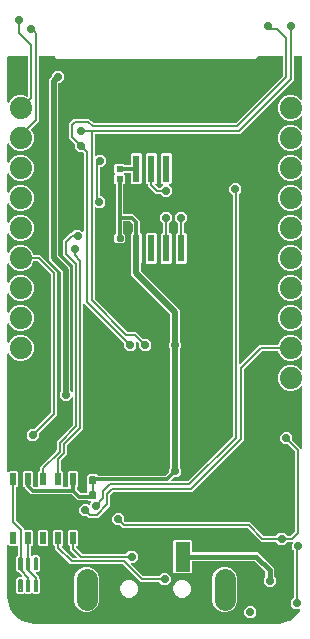
<source format=gbr>
G04 EAGLE Gerber RS-274X export*
G75*
%MOMM*%
%FSLAX34Y34*%
%LPD*%
%INBottom Copper*%
%IPPOS*%
%AMOC8*
5,1,8,0,0,1.08239X$1,22.5*%
G01*
%ADD10C,1.879600*%
%ADD11R,1.270000X2.540000*%
%ADD12R,0.600000X0.540000*%
%ADD13C,0.270000*%
%ADD14R,0.609600X2.286000*%
%ADD15C,0.158750*%
%ADD16C,0.127000*%
%ADD17C,1.778000*%
%ADD18R,0.500000X1.000000*%
%ADD19R,3.000000X2.000000*%
%ADD20C,0.200000*%
%ADD21C,0.706400*%
%ADD22C,0.406400*%
%ADD23C,0.508000*%
%ADD24C,0.304800*%

G36*
X232429Y226D02*
X232429Y226D01*
X232469Y225D01*
X235495Y463D01*
X235509Y467D01*
X235524Y466D01*
X235668Y498D01*
X241425Y2368D01*
X241464Y2388D01*
X241507Y2400D01*
X241634Y2475D01*
X246532Y6033D01*
X246562Y6064D01*
X246599Y6088D01*
X246697Y6198D01*
X250255Y11096D01*
X250275Y11135D01*
X250302Y11169D01*
X250362Y11305D01*
X250504Y11742D01*
X250507Y11762D01*
X250515Y11780D01*
X250525Y11882D01*
X250541Y11984D01*
X250537Y12003D01*
X250539Y12023D01*
X250516Y12123D01*
X250498Y12224D01*
X250488Y12241D01*
X250484Y12260D01*
X250430Y12348D01*
X250380Y12438D01*
X250366Y12451D01*
X250355Y12468D01*
X250276Y12533D01*
X250200Y12602D01*
X250182Y12610D01*
X250167Y12623D01*
X250071Y12659D01*
X249976Y12700D01*
X249957Y12702D01*
X249938Y12709D01*
X249791Y12723D01*
X245555Y12723D01*
X242593Y15685D01*
X242593Y19875D01*
X244906Y22187D01*
X244952Y22252D01*
X244982Y22284D01*
X244989Y22298D01*
X245025Y22342D01*
X245033Y22365D01*
X245048Y22385D01*
X245076Y22479D01*
X245111Y22570D01*
X245114Y22603D01*
X245119Y22619D01*
X245118Y22644D01*
X245125Y22717D01*
X245125Y62373D01*
X245109Y62469D01*
X245100Y62566D01*
X245090Y62589D01*
X245086Y62614D01*
X245040Y62700D01*
X244999Y62789D01*
X244978Y62814D01*
X244971Y62829D01*
X244952Y62846D01*
X244906Y62903D01*
X243863Y63945D01*
X243863Y68135D01*
X244315Y68586D01*
X244358Y68646D01*
X244408Y68700D01*
X244428Y68744D01*
X244457Y68785D01*
X244478Y68855D01*
X244509Y68922D01*
X244514Y68971D01*
X244528Y69018D01*
X244526Y69091D01*
X244533Y69165D01*
X244522Y69213D01*
X244520Y69262D01*
X244494Y69331D01*
X244478Y69402D01*
X244452Y69444D01*
X244434Y69490D01*
X244388Y69547D01*
X244349Y69610D01*
X244311Y69641D01*
X244280Y69679D01*
X244217Y69718D01*
X244160Y69765D01*
X244114Y69782D01*
X244072Y69808D01*
X244001Y69825D01*
X243932Y69851D01*
X243859Y69858D01*
X243835Y69864D01*
X243818Y69862D01*
X243785Y69865D01*
X239887Y69865D01*
X239791Y69849D01*
X239694Y69840D01*
X239671Y69830D01*
X239646Y69826D01*
X239560Y69780D01*
X239471Y69739D01*
X239446Y69718D01*
X239431Y69711D01*
X239414Y69692D01*
X239357Y69646D01*
X237045Y67333D01*
X232855Y67333D01*
X230543Y69646D01*
X230464Y69703D01*
X230388Y69765D01*
X230365Y69773D01*
X230345Y69788D01*
X230251Y69816D01*
X230160Y69851D01*
X230127Y69854D01*
X230111Y69859D01*
X230086Y69858D01*
X230013Y69865D01*
X217394Y69865D01*
X206184Y81076D01*
X206104Y81133D01*
X206029Y81195D01*
X206006Y81203D01*
X205985Y81218D01*
X205892Y81246D01*
X205801Y81281D01*
X205768Y81284D01*
X205752Y81289D01*
X205727Y81288D01*
X205654Y81295D01*
X100554Y81295D01*
X98226Y83624D01*
X98146Y83681D01*
X98071Y83743D01*
X98048Y83751D01*
X98027Y83766D01*
X97934Y83794D01*
X97843Y83829D01*
X97810Y83832D01*
X97794Y83837D01*
X97769Y83836D01*
X97696Y83843D01*
X94425Y83843D01*
X91463Y86805D01*
X91463Y90995D01*
X94425Y93957D01*
X98615Y93957D01*
X101577Y90995D01*
X101577Y87724D01*
X101593Y87628D01*
X101602Y87531D01*
X101612Y87508D01*
X101616Y87483D01*
X101662Y87397D01*
X101703Y87309D01*
X101724Y87283D01*
X101731Y87268D01*
X101750Y87251D01*
X101796Y87194D01*
X102426Y86564D01*
X102506Y86507D01*
X102581Y86445D01*
X102604Y86437D01*
X102625Y86422D01*
X102718Y86394D01*
X102809Y86359D01*
X102842Y86356D01*
X102858Y86351D01*
X102883Y86352D01*
X102956Y86345D01*
X208056Y86345D01*
X219266Y75134D01*
X219346Y75077D01*
X219421Y75015D01*
X219444Y75007D01*
X219465Y74992D01*
X219558Y74964D01*
X219649Y74929D01*
X219682Y74926D01*
X219698Y74921D01*
X219723Y74922D01*
X219796Y74915D01*
X230013Y74915D01*
X230109Y74931D01*
X230206Y74940D01*
X230229Y74950D01*
X230254Y74954D01*
X230340Y75000D01*
X230429Y75041D01*
X230454Y75062D01*
X230469Y75069D01*
X230486Y75088D01*
X230543Y75134D01*
X232855Y77447D01*
X237045Y77447D01*
X239357Y75134D01*
X239437Y75077D01*
X239512Y75015D01*
X239535Y75007D01*
X239555Y74992D01*
X239649Y74964D01*
X239740Y74929D01*
X239773Y74926D01*
X239789Y74921D01*
X239814Y74922D01*
X239887Y74915D01*
X242484Y74915D01*
X242580Y74931D01*
X242677Y74940D01*
X242700Y74950D01*
X242725Y74954D01*
X242811Y75000D01*
X242899Y75041D01*
X242925Y75062D01*
X242940Y75069D01*
X242957Y75088D01*
X243014Y75134D01*
X246176Y78296D01*
X246233Y78376D01*
X246295Y78451D01*
X246303Y78474D01*
X246318Y78495D01*
X246346Y78588D01*
X246381Y78679D01*
X246384Y78712D01*
X246389Y78728D01*
X246388Y78753D01*
X246395Y78826D01*
X246395Y145964D01*
X246379Y146060D01*
X246370Y146157D01*
X246360Y146180D01*
X246356Y146205D01*
X246310Y146291D01*
X246269Y146379D01*
X246248Y146405D01*
X246241Y146420D01*
X246222Y146437D01*
X246176Y146494D01*
X240466Y152204D01*
X240386Y152261D01*
X240311Y152323D01*
X240288Y152331D01*
X240267Y152346D01*
X240174Y152374D01*
X240083Y152409D01*
X240050Y152412D01*
X240034Y152417D01*
X240009Y152416D01*
X239936Y152423D01*
X236665Y152423D01*
X233703Y155385D01*
X233703Y159575D01*
X236665Y162537D01*
X240855Y162537D01*
X243817Y159575D01*
X243817Y156304D01*
X243833Y156208D01*
X243842Y156111D01*
X243852Y156088D01*
X243856Y156063D01*
X243902Y155977D01*
X243943Y155889D01*
X243964Y155863D01*
X243971Y155848D01*
X243990Y155831D01*
X244036Y155774D01*
X249746Y150064D01*
X251228Y148582D01*
X251288Y148540D01*
X251342Y148489D01*
X251386Y148469D01*
X251427Y148440D01*
X251497Y148419D01*
X251564Y148388D01*
X251613Y148384D01*
X251660Y148369D01*
X251733Y148372D01*
X251807Y148364D01*
X251855Y148376D01*
X251904Y148377D01*
X251973Y148403D01*
X252044Y148420D01*
X252086Y148446D01*
X252132Y148463D01*
X252189Y148510D01*
X252252Y148548D01*
X252283Y148586D01*
X252321Y148618D01*
X252360Y148680D01*
X252407Y148737D01*
X252424Y148783D01*
X252450Y148825D01*
X252467Y148896D01*
X252493Y148965D01*
X252500Y149038D01*
X252506Y149062D01*
X252504Y149079D01*
X252507Y149112D01*
X252507Y200961D01*
X252495Y201034D01*
X252493Y201107D01*
X252476Y201153D01*
X252468Y201202D01*
X252433Y201267D01*
X252407Y201336D01*
X252376Y201374D01*
X252353Y201417D01*
X252299Y201468D01*
X252252Y201524D01*
X252210Y201550D01*
X252175Y201584D01*
X252108Y201615D01*
X252045Y201653D01*
X251997Y201665D01*
X251952Y201685D01*
X251879Y201692D01*
X251808Y201709D01*
X251759Y201704D01*
X251709Y201709D01*
X251638Y201692D01*
X251565Y201685D01*
X251520Y201665D01*
X251472Y201654D01*
X251409Y201615D01*
X251342Y201585D01*
X251286Y201538D01*
X251264Y201525D01*
X251254Y201512D01*
X251228Y201491D01*
X248757Y199020D01*
X244743Y197357D01*
X240397Y197357D01*
X236383Y199020D01*
X233310Y202093D01*
X231647Y206107D01*
X231647Y210453D01*
X233310Y214467D01*
X236383Y217540D01*
X240397Y219203D01*
X244743Y219203D01*
X248757Y217540D01*
X251228Y215069D01*
X251288Y215026D01*
X251342Y214976D01*
X251386Y214955D01*
X251427Y214927D01*
X251497Y214905D01*
X251564Y214875D01*
X251613Y214870D01*
X251660Y214856D01*
X251733Y214858D01*
X251807Y214851D01*
X251855Y214862D01*
X251904Y214864D01*
X251973Y214890D01*
X252044Y214906D01*
X252086Y214932D01*
X252132Y214950D01*
X252189Y214996D01*
X252252Y215035D01*
X252283Y215073D01*
X252321Y215104D01*
X252360Y215167D01*
X252407Y215223D01*
X252424Y215269D01*
X252450Y215311D01*
X252467Y215383D01*
X252493Y215452D01*
X252500Y215525D01*
X252506Y215549D01*
X252504Y215566D01*
X252507Y215599D01*
X252507Y226361D01*
X252495Y226434D01*
X252493Y226507D01*
X252476Y226553D01*
X252468Y226602D01*
X252433Y226667D01*
X252407Y226736D01*
X252376Y226774D01*
X252353Y226817D01*
X252299Y226868D01*
X252252Y226924D01*
X252210Y226950D01*
X252175Y226984D01*
X252108Y227015D01*
X252045Y227053D01*
X251997Y227065D01*
X251952Y227085D01*
X251879Y227092D01*
X251808Y227109D01*
X251759Y227104D01*
X251709Y227109D01*
X251638Y227092D01*
X251565Y227085D01*
X251520Y227065D01*
X251472Y227054D01*
X251409Y227015D01*
X251342Y226985D01*
X251286Y226938D01*
X251264Y226925D01*
X251254Y226912D01*
X251228Y226891D01*
X248757Y224420D01*
X244743Y222757D01*
X240397Y222757D01*
X236383Y224420D01*
X233310Y227493D01*
X231985Y230693D01*
X231930Y230780D01*
X231856Y230900D01*
X231772Y230969D01*
X231668Y231055D01*
X231667Y231055D01*
X231535Y231105D01*
X231439Y231141D01*
X231438Y231141D01*
X231292Y231155D01*
X218526Y231155D01*
X218430Y231139D01*
X218333Y231130D01*
X218310Y231120D01*
X218285Y231116D01*
X218199Y231070D01*
X218111Y231029D01*
X218085Y231008D01*
X218070Y231001D01*
X218053Y230982D01*
X217996Y230936D01*
X203018Y215957D01*
X202961Y215878D01*
X202899Y215803D01*
X202890Y215779D01*
X202876Y215759D01*
X202847Y215666D01*
X202813Y215574D01*
X202810Y215541D01*
X202805Y215525D01*
X202806Y215501D01*
X202798Y215427D01*
X202798Y155628D01*
X159261Y112091D01*
X93111Y112091D01*
X93015Y112075D01*
X92918Y112065D01*
X92895Y112055D01*
X92871Y112051D01*
X92785Y112005D01*
X92696Y111965D01*
X92670Y111944D01*
X92655Y111936D01*
X92638Y111918D01*
X92582Y111871D01*
X90088Y109378D01*
X90042Y109313D01*
X90011Y109280D01*
X90005Y109266D01*
X89969Y109223D01*
X89961Y109200D01*
X89946Y109179D01*
X89918Y109086D01*
X89883Y108995D01*
X89880Y108962D01*
X89875Y108946D01*
X89876Y108921D01*
X89869Y108848D01*
X89869Y100268D01*
X79786Y90185D01*
X71344Y90185D01*
X70286Y91244D01*
X70206Y91301D01*
X70131Y91363D01*
X70108Y91371D01*
X70087Y91386D01*
X69994Y91414D01*
X69903Y91449D01*
X69870Y91452D01*
X69854Y91457D01*
X69829Y91456D01*
X69756Y91463D01*
X66485Y91463D01*
X63523Y94425D01*
X63523Y98615D01*
X66485Y101577D01*
X70675Y101577D01*
X71134Y101117D01*
X71194Y101074D01*
X71248Y101024D01*
X71292Y101004D01*
X71333Y100975D01*
X71403Y100954D01*
X71470Y100923D01*
X71519Y100918D01*
X71566Y100904D01*
X71639Y100906D01*
X71713Y100899D01*
X71761Y100910D01*
X71810Y100912D01*
X71879Y100938D01*
X71950Y100954D01*
X71992Y100980D01*
X72038Y100998D01*
X72095Y101044D01*
X72158Y101083D01*
X72189Y101121D01*
X72227Y101152D01*
X72266Y101215D01*
X72313Y101272D01*
X72330Y101318D01*
X72356Y101360D01*
X72373Y101431D01*
X72399Y101500D01*
X72406Y101573D01*
X72412Y101597D01*
X72410Y101614D01*
X72413Y101647D01*
X72413Y102425D01*
X73230Y103241D01*
X73273Y103301D01*
X73323Y103355D01*
X73343Y103399D01*
X73372Y103440D01*
X73393Y103510D01*
X73424Y103577D01*
X73429Y103626D01*
X73443Y103673D01*
X73441Y103746D01*
X73448Y103820D01*
X73437Y103868D01*
X73435Y103917D01*
X73409Y103986D01*
X73393Y104057D01*
X73367Y104099D01*
X73349Y104145D01*
X73303Y104202D01*
X73264Y104265D01*
X73226Y104296D01*
X73195Y104334D01*
X73132Y104373D01*
X73075Y104420D01*
X73029Y104437D01*
X72987Y104463D01*
X72916Y104480D01*
X72847Y104506D01*
X72774Y104513D01*
X72750Y104519D01*
X72733Y104517D01*
X72700Y104520D01*
X71588Y104520D01*
X71427Y104682D01*
X71348Y104739D01*
X71272Y104801D01*
X71249Y104809D01*
X71229Y104824D01*
X71135Y104852D01*
X71044Y104887D01*
X71011Y104890D01*
X70995Y104895D01*
X70970Y104894D01*
X70897Y104901D01*
X62237Y104901D01*
X57377Y109762D01*
X57297Y109819D01*
X57222Y109881D01*
X57199Y109889D01*
X57178Y109904D01*
X57085Y109932D01*
X56994Y109967D01*
X56961Y109970D01*
X56945Y109975D01*
X56920Y109974D01*
X56847Y109981D01*
X22867Y109981D01*
X17371Y115477D01*
X17371Y115872D01*
X17355Y115968D01*
X17346Y116065D01*
X17336Y116088D01*
X17332Y116113D01*
X17286Y116199D01*
X17245Y116288D01*
X17224Y116313D01*
X17217Y116328D01*
X17198Y116345D01*
X17152Y116402D01*
X16395Y117158D01*
X16395Y128422D01*
X17288Y129315D01*
X23552Y129315D01*
X24445Y128422D01*
X24445Y117337D01*
X24461Y117241D01*
X24470Y117144D01*
X24480Y117121D01*
X24484Y117096D01*
X24530Y117010D01*
X24571Y116922D01*
X24592Y116896D01*
X24599Y116881D01*
X24618Y116864D01*
X24664Y116807D01*
X25173Y116298D01*
X25253Y116241D01*
X25328Y116179D01*
X25351Y116171D01*
X25372Y116156D01*
X25465Y116128D01*
X25556Y116093D01*
X25589Y116090D01*
X25605Y116085D01*
X25630Y116086D01*
X25703Y116079D01*
X28366Y116079D01*
X28439Y116091D01*
X28513Y116093D01*
X28558Y116110D01*
X28607Y116118D01*
X28672Y116153D01*
X28741Y116179D01*
X28779Y116210D01*
X28822Y116233D01*
X28872Y116287D01*
X28930Y116334D01*
X28955Y116376D01*
X28989Y116411D01*
X29019Y116479D01*
X29058Y116541D01*
X29069Y116589D01*
X29090Y116634D01*
X29097Y116707D01*
X29114Y116779D01*
X29109Y116828D01*
X29114Y116877D01*
X29097Y116948D01*
X29095Y116967D01*
X29095Y128422D01*
X30017Y129343D01*
X30087Y129354D01*
X30108Y129366D01*
X30132Y129372D01*
X30216Y129423D01*
X30302Y129469D01*
X30319Y129487D01*
X30340Y129500D01*
X30402Y129576D01*
X30469Y129647D01*
X30479Y129670D01*
X30495Y129689D01*
X30529Y129780D01*
X30570Y129870D01*
X30572Y129894D01*
X30581Y129917D01*
X30595Y130064D01*
X30595Y133226D01*
X44246Y146876D01*
X44303Y146956D01*
X44365Y147031D01*
X44373Y147054D01*
X44388Y147075D01*
X44416Y147168D01*
X44451Y147259D01*
X44454Y147292D01*
X44459Y147308D01*
X44458Y147333D01*
X44465Y147406D01*
X44465Y154716D01*
X46164Y156414D01*
X58216Y168466D01*
X58273Y168546D01*
X58335Y168621D01*
X58343Y168644D01*
X58358Y168665D01*
X58386Y168758D01*
X58421Y168849D01*
X58424Y168882D01*
X58429Y168898D01*
X58428Y168923D01*
X58435Y168996D01*
X58435Y191715D01*
X58423Y191788D01*
X58421Y191861D01*
X58404Y191907D01*
X58396Y191956D01*
X58361Y192021D01*
X58335Y192089D01*
X58304Y192128D01*
X58281Y192171D01*
X58227Y192221D01*
X58180Y192278D01*
X58139Y192304D01*
X58103Y192338D01*
X58036Y192368D01*
X57973Y192407D01*
X57925Y192418D01*
X57880Y192439D01*
X57807Y192446D01*
X57736Y192463D01*
X57687Y192458D01*
X57637Y192463D01*
X57566Y192446D01*
X57493Y192439D01*
X57448Y192419D01*
X57400Y192408D01*
X57337Y192369D01*
X57270Y192339D01*
X57214Y192292D01*
X57192Y192279D01*
X57182Y192266D01*
X57156Y192245D01*
X54165Y189253D01*
X49975Y189253D01*
X47013Y192215D01*
X47013Y196405D01*
X47786Y197177D01*
X47843Y197257D01*
X47905Y197332D01*
X47913Y197355D01*
X47928Y197375D01*
X47956Y197469D01*
X47991Y197560D01*
X47994Y197593D01*
X47999Y197609D01*
X47998Y197634D01*
X48005Y197707D01*
X48005Y297726D01*
X47989Y297822D01*
X47980Y297919D01*
X47970Y297942D01*
X47966Y297967D01*
X47920Y298053D01*
X47879Y298142D01*
X47858Y298167D01*
X47851Y298182D01*
X47832Y298199D01*
X47786Y298256D01*
X37845Y308196D01*
X37845Y461424D01*
X40444Y464022D01*
X40501Y464102D01*
X40563Y464177D01*
X40571Y464200D01*
X40586Y464221D01*
X40614Y464314D01*
X40649Y464405D01*
X40652Y464438D01*
X40657Y464454D01*
X40656Y464479D01*
X40663Y464552D01*
X40663Y465645D01*
X43625Y468607D01*
X47815Y468607D01*
X50777Y465645D01*
X50777Y461455D01*
X47815Y458493D01*
X46724Y458493D01*
X46700Y458489D01*
X46675Y458492D01*
X46580Y458470D01*
X46483Y458454D01*
X46462Y458442D01*
X46438Y458436D01*
X46354Y458385D01*
X46268Y458339D01*
X46251Y458321D01*
X46230Y458308D01*
X46168Y458232D01*
X46101Y458161D01*
X46091Y458138D01*
X46075Y458119D01*
X46041Y458028D01*
X46000Y457938D01*
X45998Y457914D01*
X45989Y457891D01*
X45975Y457744D01*
X45975Y311874D01*
X45976Y311864D01*
X45976Y311862D01*
X45978Y311856D01*
X45991Y311778D01*
X46000Y311681D01*
X46010Y311658D01*
X46014Y311633D01*
X46060Y311547D01*
X46101Y311458D01*
X46122Y311433D01*
X46129Y311418D01*
X46148Y311401D01*
X46194Y311344D01*
X56135Y301404D01*
X56135Y197707D01*
X56151Y197611D01*
X56160Y197514D01*
X56170Y197491D01*
X56174Y197466D01*
X56221Y197380D01*
X56261Y197291D01*
X56282Y197266D01*
X56289Y197251D01*
X56308Y197234D01*
X56354Y197177D01*
X57156Y196375D01*
X57216Y196332D01*
X57270Y196282D01*
X57314Y196262D01*
X57355Y196233D01*
X57425Y196212D01*
X57492Y196181D01*
X57541Y196176D01*
X57588Y196162D01*
X57661Y196164D01*
X57735Y196157D01*
X57783Y196168D01*
X57832Y196170D01*
X57901Y196196D01*
X57972Y196212D01*
X58014Y196238D01*
X58060Y196256D01*
X58117Y196302D01*
X58180Y196341D01*
X58211Y196379D01*
X58249Y196410D01*
X58288Y196473D01*
X58335Y196530D01*
X58352Y196576D01*
X58378Y196618D01*
X58395Y196689D01*
X58421Y196758D01*
X58428Y196831D01*
X58434Y196855D01*
X58432Y196872D01*
X58435Y196905D01*
X58435Y303444D01*
X58419Y303540D01*
X58410Y303637D01*
X58400Y303660D01*
X58396Y303685D01*
X58350Y303771D01*
X58309Y303859D01*
X58288Y303885D01*
X58281Y303900D01*
X58262Y303917D01*
X58216Y303974D01*
X51244Y310946D01*
X49545Y312644D01*
X49545Y324896D01*
X56104Y331455D01*
X57293Y331455D01*
X57389Y331471D01*
X57486Y331480D01*
X57509Y331490D01*
X57534Y331494D01*
X57620Y331540D01*
X57709Y331581D01*
X57734Y331602D01*
X57749Y331609D01*
X57766Y331628D01*
X57823Y331674D01*
X60135Y333987D01*
X64325Y333987D01*
X66046Y332265D01*
X66106Y332222D01*
X66160Y332172D01*
X66204Y332152D01*
X66245Y332123D01*
X66315Y332102D01*
X66382Y332071D01*
X66431Y332066D01*
X66478Y332052D01*
X66551Y332054D01*
X66625Y332047D01*
X66673Y332058D01*
X66722Y332060D01*
X66791Y332086D01*
X66862Y332102D01*
X66904Y332128D01*
X66950Y332146D01*
X67007Y332192D01*
X67070Y332231D01*
X67101Y332269D01*
X67139Y332300D01*
X67178Y332363D01*
X67225Y332420D01*
X67242Y332466D01*
X67268Y332508D01*
X67285Y332579D01*
X67311Y332648D01*
X67318Y332721D01*
X67324Y332745D01*
X67322Y332762D01*
X67325Y332795D01*
X67325Y398694D01*
X67309Y398790D01*
X67300Y398887D01*
X67290Y398910D01*
X67286Y398935D01*
X67240Y399021D01*
X67199Y399109D01*
X67178Y399135D01*
X67171Y399150D01*
X67152Y399167D01*
X67106Y399224D01*
X66476Y399854D01*
X66396Y399911D01*
X66321Y399973D01*
X66298Y399981D01*
X66277Y399996D01*
X66184Y400024D01*
X66093Y400059D01*
X66060Y400062D01*
X66044Y400067D01*
X66019Y400066D01*
X65946Y400073D01*
X62675Y400073D01*
X59713Y403035D01*
X59713Y406306D01*
X59697Y406402D01*
X59688Y406499D01*
X59678Y406522D01*
X59674Y406547D01*
X59648Y406595D01*
X59646Y406602D01*
X59629Y406630D01*
X59628Y406633D01*
X59587Y406721D01*
X59566Y406747D01*
X59559Y406762D01*
X59540Y406779D01*
X59525Y406798D01*
X59517Y406810D01*
X59510Y406816D01*
X59494Y406836D01*
X56324Y410006D01*
X54625Y411704D01*
X54625Y423956D01*
X56946Y426276D01*
X58644Y427975D01*
X72166Y427975D01*
X73864Y426276D01*
X75756Y424384D01*
X75836Y424327D01*
X75911Y424265D01*
X75934Y424257D01*
X75955Y424242D01*
X76048Y424214D01*
X76139Y424179D01*
X76172Y424176D01*
X76188Y424171D01*
X76213Y424172D01*
X76286Y424165D01*
X195949Y424165D01*
X196046Y424181D01*
X196143Y424190D01*
X196165Y424200D01*
X196190Y424204D01*
X196276Y424250D01*
X196365Y424291D01*
X196391Y424312D01*
X196405Y424319D01*
X196422Y424338D01*
X196479Y424384D01*
X236016Y463921D01*
X236073Y464000D01*
X236135Y464075D01*
X236143Y464099D01*
X236158Y464119D01*
X236186Y464213D01*
X236221Y464304D01*
X236224Y464337D01*
X236229Y464353D01*
X236228Y464378D01*
X236235Y464451D01*
X236235Y480020D01*
X236231Y480044D01*
X236234Y480069D01*
X236212Y480164D01*
X236196Y480261D01*
X236184Y480282D01*
X236178Y480306D01*
X236127Y480390D01*
X236081Y480476D01*
X236063Y480493D01*
X236050Y480514D01*
X235974Y480576D01*
X235903Y480643D01*
X235880Y480653D01*
X235861Y480669D01*
X235770Y480703D01*
X235680Y480744D01*
X235656Y480746D01*
X235633Y480755D01*
X235486Y480769D01*
X215221Y480769D01*
X215197Y480765D01*
X215172Y480768D01*
X215077Y480746D01*
X214980Y480730D01*
X214959Y480718D01*
X214935Y480712D01*
X214851Y480661D01*
X214765Y480615D01*
X214748Y480597D01*
X214727Y480584D01*
X214665Y480508D01*
X214598Y480437D01*
X214588Y480414D01*
X214572Y480395D01*
X214538Y480304D01*
X214497Y480214D01*
X214497Y480211D01*
X212853Y478567D01*
X44576Y478567D01*
X42925Y480218D01*
X42918Y480261D01*
X42906Y480282D01*
X42900Y480306D01*
X42849Y480390D01*
X42803Y480476D01*
X42785Y480493D01*
X42772Y480514D01*
X42696Y480576D01*
X42625Y480643D01*
X42602Y480653D01*
X42583Y480669D01*
X42492Y480703D01*
X42402Y480744D01*
X42378Y480746D01*
X42355Y480755D01*
X42208Y480769D01*
X30182Y480769D01*
X30158Y480765D01*
X30133Y480768D01*
X30038Y480746D01*
X29941Y480730D01*
X29920Y480718D01*
X29896Y480712D01*
X29812Y480661D01*
X29726Y480615D01*
X29709Y480597D01*
X29688Y480584D01*
X29626Y480508D01*
X29559Y480437D01*
X29549Y480414D01*
X29533Y480395D01*
X29499Y480304D01*
X29458Y480214D01*
X29456Y480190D01*
X29447Y480167D01*
X29433Y480020D01*
X29433Y425921D01*
X22734Y419223D01*
X22720Y419203D01*
X22701Y419187D01*
X22649Y419104D01*
X22592Y419024D01*
X22585Y419001D01*
X22572Y418980D01*
X22550Y418885D01*
X22521Y418791D01*
X22522Y418766D01*
X22516Y418742D01*
X22526Y418645D01*
X22529Y418547D01*
X22538Y418524D01*
X22540Y418500D01*
X22580Y418410D01*
X22615Y418318D01*
X22630Y418299D01*
X22640Y418277D01*
X22734Y418163D01*
X23230Y417667D01*
X24893Y413653D01*
X24893Y409307D01*
X23230Y405293D01*
X20157Y402220D01*
X16143Y400557D01*
X11797Y400557D01*
X7783Y402220D01*
X4710Y405293D01*
X4204Y406514D01*
X4153Y406597D01*
X4107Y406684D01*
X4088Y406700D01*
X4075Y406721D01*
X4000Y406783D01*
X3928Y406850D01*
X3906Y406861D01*
X3887Y406876D01*
X3795Y406911D01*
X3706Y406951D01*
X3682Y406954D01*
X3658Y406962D01*
X3561Y406966D01*
X3463Y406975D01*
X3439Y406970D01*
X3415Y406970D01*
X3321Y406942D01*
X3226Y406920D01*
X3205Y406907D01*
X3181Y406900D01*
X3102Y406843D01*
X3018Y406791D01*
X3003Y406772D01*
X2983Y406758D01*
X2926Y406678D01*
X2863Y406603D01*
X2855Y406580D01*
X2840Y406560D01*
X2812Y406466D01*
X2777Y406375D01*
X2774Y406342D01*
X2769Y406326D01*
X2770Y406301D01*
X2763Y406228D01*
X2763Y391332D01*
X2779Y391236D01*
X2788Y391139D01*
X2798Y391116D01*
X2802Y391092D01*
X2849Y391005D01*
X2889Y390916D01*
X2906Y390898D01*
X2917Y390876D01*
X2989Y390810D01*
X3056Y390738D01*
X3077Y390727D01*
X3095Y390710D01*
X3184Y390669D01*
X3271Y390623D01*
X3295Y390619D01*
X3318Y390609D01*
X3415Y390599D01*
X3511Y390583D01*
X3536Y390587D01*
X3561Y390585D01*
X3656Y390607D01*
X3752Y390623D01*
X3774Y390634D01*
X3798Y390640D01*
X3881Y390692D01*
X3968Y390738D01*
X3984Y390756D01*
X4006Y390769D01*
X4068Y390844D01*
X4135Y390916D01*
X4150Y390944D01*
X4160Y390957D01*
X4169Y390980D01*
X4204Y391046D01*
X4710Y392267D01*
X7783Y395340D01*
X11797Y397003D01*
X16143Y397003D01*
X20157Y395340D01*
X23230Y392267D01*
X24893Y388253D01*
X24893Y383907D01*
X23230Y379893D01*
X20157Y376820D01*
X16143Y375157D01*
X11797Y375157D01*
X7783Y376820D01*
X4710Y379893D01*
X4204Y381114D01*
X4153Y381197D01*
X4107Y381284D01*
X4088Y381300D01*
X4075Y381321D01*
X4000Y381383D01*
X3928Y381450D01*
X3906Y381461D01*
X3887Y381476D01*
X3795Y381511D01*
X3706Y381551D01*
X3682Y381554D01*
X3658Y381562D01*
X3561Y381566D01*
X3463Y381575D01*
X3439Y381570D01*
X3415Y381570D01*
X3321Y381542D01*
X3226Y381520D01*
X3205Y381507D01*
X3181Y381500D01*
X3102Y381443D01*
X3018Y381391D01*
X3003Y381372D01*
X2983Y381358D01*
X2926Y381278D01*
X2863Y381203D01*
X2855Y381180D01*
X2840Y381160D01*
X2812Y381066D01*
X2777Y380975D01*
X2774Y380942D01*
X2769Y380926D01*
X2770Y380901D01*
X2763Y380828D01*
X2763Y365932D01*
X2779Y365836D01*
X2788Y365739D01*
X2798Y365716D01*
X2802Y365692D01*
X2849Y365605D01*
X2889Y365516D01*
X2906Y365498D01*
X2917Y365476D01*
X2989Y365410D01*
X3056Y365338D01*
X3077Y365327D01*
X3095Y365310D01*
X3184Y365269D01*
X3271Y365223D01*
X3295Y365219D01*
X3318Y365209D01*
X3415Y365199D01*
X3511Y365183D01*
X3536Y365187D01*
X3561Y365185D01*
X3656Y365207D01*
X3752Y365223D01*
X3774Y365234D01*
X3798Y365240D01*
X3881Y365292D01*
X3968Y365338D01*
X3984Y365356D01*
X4006Y365369D01*
X4068Y365444D01*
X4135Y365516D01*
X4150Y365544D01*
X4160Y365557D01*
X4169Y365580D01*
X4204Y365646D01*
X4710Y366867D01*
X7783Y369940D01*
X11797Y371603D01*
X16143Y371603D01*
X20157Y369940D01*
X23230Y366867D01*
X24893Y362853D01*
X24893Y358507D01*
X23230Y354493D01*
X20157Y351420D01*
X16143Y349757D01*
X11797Y349757D01*
X7783Y351420D01*
X4710Y354493D01*
X4204Y355714D01*
X4153Y355797D01*
X4107Y355884D01*
X4088Y355900D01*
X4075Y355921D01*
X4000Y355983D01*
X3928Y356050D01*
X3906Y356061D01*
X3887Y356076D01*
X3795Y356111D01*
X3706Y356151D01*
X3682Y356154D01*
X3658Y356162D01*
X3561Y356166D01*
X3463Y356175D01*
X3439Y356170D01*
X3415Y356170D01*
X3321Y356142D01*
X3226Y356120D01*
X3205Y356107D01*
X3181Y356100D01*
X3102Y356043D01*
X3018Y355991D01*
X3003Y355972D01*
X2983Y355958D01*
X2926Y355878D01*
X2863Y355803D01*
X2855Y355780D01*
X2840Y355760D01*
X2812Y355666D01*
X2777Y355575D01*
X2774Y355542D01*
X2769Y355526D01*
X2770Y355501D01*
X2763Y355428D01*
X2763Y340532D01*
X2779Y340436D01*
X2788Y340339D01*
X2798Y340316D01*
X2802Y340292D01*
X2849Y340205D01*
X2889Y340116D01*
X2906Y340098D01*
X2917Y340076D01*
X2989Y340010D01*
X3056Y339938D01*
X3077Y339927D01*
X3095Y339910D01*
X3184Y339869D01*
X3271Y339823D01*
X3295Y339819D01*
X3318Y339809D01*
X3415Y339799D01*
X3511Y339783D01*
X3536Y339787D01*
X3561Y339785D01*
X3656Y339807D01*
X3752Y339823D01*
X3774Y339834D01*
X3798Y339840D01*
X3881Y339892D01*
X3968Y339938D01*
X3984Y339956D01*
X4006Y339969D01*
X4068Y340044D01*
X4135Y340116D01*
X4150Y340144D01*
X4160Y340157D01*
X4169Y340180D01*
X4204Y340246D01*
X4710Y341467D01*
X7783Y344540D01*
X11797Y346203D01*
X16143Y346203D01*
X20157Y344540D01*
X23230Y341467D01*
X24893Y337453D01*
X24893Y333107D01*
X23230Y329093D01*
X20157Y326020D01*
X16143Y324357D01*
X11797Y324357D01*
X7783Y326020D01*
X4710Y329093D01*
X4204Y330314D01*
X4153Y330397D01*
X4107Y330484D01*
X4088Y330500D01*
X4075Y330521D01*
X4000Y330583D01*
X3928Y330650D01*
X3906Y330661D01*
X3887Y330676D01*
X3795Y330711D01*
X3706Y330751D01*
X3682Y330754D01*
X3658Y330762D01*
X3561Y330766D01*
X3463Y330775D01*
X3439Y330770D01*
X3415Y330770D01*
X3321Y330742D01*
X3226Y330720D01*
X3205Y330707D01*
X3181Y330700D01*
X3102Y330643D01*
X3018Y330591D01*
X3003Y330572D01*
X2983Y330558D01*
X2926Y330478D01*
X2863Y330403D01*
X2855Y330380D01*
X2840Y330360D01*
X2812Y330266D01*
X2777Y330175D01*
X2774Y330142D01*
X2769Y330126D01*
X2770Y330101D01*
X2763Y330028D01*
X2763Y315132D01*
X2779Y315036D01*
X2788Y314939D01*
X2798Y314916D01*
X2802Y314892D01*
X2849Y314805D01*
X2889Y314716D01*
X2906Y314698D01*
X2917Y314676D01*
X2989Y314610D01*
X3056Y314538D01*
X3077Y314527D01*
X3095Y314510D01*
X3184Y314469D01*
X3271Y314423D01*
X3295Y314419D01*
X3318Y314409D01*
X3415Y314399D01*
X3511Y314383D01*
X3536Y314387D01*
X3561Y314385D01*
X3656Y314407D01*
X3752Y314423D01*
X3774Y314434D01*
X3798Y314440D01*
X3881Y314492D01*
X3968Y314538D01*
X3984Y314556D01*
X4006Y314569D01*
X4068Y314644D01*
X4135Y314716D01*
X4150Y314744D01*
X4160Y314757D01*
X4169Y314780D01*
X4204Y314846D01*
X4710Y316067D01*
X7783Y319140D01*
X11797Y320803D01*
X16143Y320803D01*
X20157Y319140D01*
X23230Y316067D01*
X24555Y312867D01*
X24610Y312779D01*
X24684Y312660D01*
X24776Y312585D01*
X24872Y312505D01*
X24873Y312505D01*
X25005Y312455D01*
X25101Y312419D01*
X25102Y312419D01*
X25248Y312405D01*
X30256Y312405D01*
X44435Y298226D01*
X44435Y176754D01*
X29406Y161726D01*
X29349Y161646D01*
X29287Y161571D01*
X29279Y161548D01*
X29264Y161527D01*
X29236Y161434D01*
X29201Y161343D01*
X29198Y161310D01*
X29193Y161294D01*
X29194Y161269D01*
X29187Y161196D01*
X29187Y157925D01*
X26225Y154963D01*
X22035Y154963D01*
X19073Y157925D01*
X19073Y162115D01*
X22035Y165077D01*
X25306Y165077D01*
X25402Y165093D01*
X25499Y165102D01*
X25522Y165112D01*
X25547Y165116D01*
X25633Y165162D01*
X25721Y165203D01*
X25747Y165224D01*
X25762Y165231D01*
X25779Y165250D01*
X25836Y165296D01*
X39166Y178626D01*
X39223Y178706D01*
X39285Y178781D01*
X39293Y178804D01*
X39308Y178825D01*
X39336Y178918D01*
X39371Y179009D01*
X39374Y179042D01*
X39379Y179058D01*
X39378Y179083D01*
X39385Y179156D01*
X39385Y295824D01*
X39369Y295920D01*
X39360Y296017D01*
X39350Y296040D01*
X39346Y296065D01*
X39300Y296151D01*
X39259Y296239D01*
X39238Y296265D01*
X39231Y296280D01*
X39212Y296297D01*
X39166Y296354D01*
X28384Y307136D01*
X28304Y307193D01*
X28229Y307255D01*
X28206Y307263D01*
X28185Y307278D01*
X28092Y307306D01*
X28001Y307341D01*
X27968Y307344D01*
X27952Y307349D01*
X27927Y307348D01*
X27854Y307355D01*
X25248Y307355D01*
X25117Y307334D01*
X25007Y307316D01*
X24899Y307258D01*
X24792Y307201D01*
X24713Y307117D01*
X24625Y307023D01*
X24624Y307022D01*
X24555Y306893D01*
X23230Y303693D01*
X20157Y300620D01*
X16143Y298957D01*
X11797Y298957D01*
X7783Y300620D01*
X4710Y303693D01*
X4204Y304914D01*
X4153Y304997D01*
X4107Y305084D01*
X4088Y305100D01*
X4075Y305121D01*
X4000Y305183D01*
X3928Y305250D01*
X3906Y305261D01*
X3887Y305276D01*
X3795Y305311D01*
X3706Y305351D01*
X3682Y305354D01*
X3658Y305362D01*
X3561Y305366D01*
X3463Y305375D01*
X3439Y305370D01*
X3415Y305370D01*
X3321Y305342D01*
X3226Y305320D01*
X3205Y305307D01*
X3181Y305300D01*
X3102Y305243D01*
X3018Y305191D01*
X3003Y305172D01*
X2983Y305158D01*
X2926Y305078D01*
X2863Y305003D01*
X2855Y304980D01*
X2840Y304960D01*
X2812Y304866D01*
X2777Y304775D01*
X2774Y304742D01*
X2769Y304726D01*
X2770Y304701D01*
X2763Y304628D01*
X2763Y289732D01*
X2779Y289636D01*
X2788Y289539D01*
X2798Y289516D01*
X2802Y289492D01*
X2849Y289405D01*
X2889Y289316D01*
X2906Y289298D01*
X2917Y289276D01*
X2989Y289210D01*
X3056Y289138D01*
X3077Y289127D01*
X3095Y289110D01*
X3184Y289069D01*
X3271Y289023D01*
X3295Y289019D01*
X3318Y289009D01*
X3415Y288999D01*
X3511Y288983D01*
X3536Y288987D01*
X3561Y288985D01*
X3656Y289007D01*
X3752Y289023D01*
X3774Y289034D01*
X3798Y289040D01*
X3881Y289092D01*
X3968Y289138D01*
X3984Y289156D01*
X4006Y289169D01*
X4068Y289244D01*
X4135Y289316D01*
X4150Y289344D01*
X4160Y289357D01*
X4169Y289380D01*
X4204Y289446D01*
X4710Y290667D01*
X7783Y293740D01*
X11797Y295403D01*
X16143Y295403D01*
X20157Y293740D01*
X23230Y290667D01*
X24893Y286653D01*
X24893Y282307D01*
X23230Y278293D01*
X20157Y275220D01*
X16143Y273557D01*
X11797Y273557D01*
X7783Y275220D01*
X4710Y278293D01*
X4204Y279514D01*
X4153Y279597D01*
X4107Y279684D01*
X4088Y279700D01*
X4075Y279721D01*
X4000Y279783D01*
X3928Y279850D01*
X3906Y279861D01*
X3887Y279876D01*
X3795Y279911D01*
X3706Y279951D01*
X3682Y279954D01*
X3658Y279962D01*
X3561Y279966D01*
X3463Y279975D01*
X3439Y279970D01*
X3415Y279970D01*
X3321Y279942D01*
X3226Y279920D01*
X3205Y279907D01*
X3181Y279900D01*
X3102Y279843D01*
X3018Y279791D01*
X3003Y279772D01*
X2983Y279758D01*
X2926Y279678D01*
X2863Y279603D01*
X2855Y279580D01*
X2840Y279560D01*
X2812Y279466D01*
X2777Y279375D01*
X2774Y279342D01*
X2769Y279326D01*
X2770Y279301D01*
X2763Y279228D01*
X2763Y264332D01*
X2779Y264236D01*
X2788Y264139D01*
X2798Y264116D01*
X2802Y264092D01*
X2849Y264005D01*
X2889Y263916D01*
X2906Y263898D01*
X2917Y263876D01*
X2989Y263810D01*
X3056Y263738D01*
X3077Y263727D01*
X3095Y263710D01*
X3184Y263669D01*
X3271Y263623D01*
X3295Y263619D01*
X3318Y263609D01*
X3415Y263599D01*
X3511Y263583D01*
X3536Y263587D01*
X3561Y263585D01*
X3656Y263607D01*
X3752Y263623D01*
X3774Y263634D01*
X3798Y263640D01*
X3881Y263692D01*
X3968Y263738D01*
X3984Y263756D01*
X4006Y263769D01*
X4068Y263844D01*
X4135Y263916D01*
X4150Y263944D01*
X4160Y263957D01*
X4169Y263980D01*
X4204Y264046D01*
X4710Y265267D01*
X7783Y268340D01*
X11797Y270003D01*
X16143Y270003D01*
X20157Y268340D01*
X23230Y265267D01*
X24893Y261253D01*
X24893Y256907D01*
X23230Y252893D01*
X20157Y249820D01*
X16143Y248157D01*
X11797Y248157D01*
X7783Y249820D01*
X4710Y252893D01*
X4204Y254114D01*
X4153Y254197D01*
X4107Y254284D01*
X4088Y254300D01*
X4075Y254321D01*
X4000Y254383D01*
X3928Y254450D01*
X3906Y254461D01*
X3887Y254476D01*
X3795Y254511D01*
X3706Y254551D01*
X3682Y254554D01*
X3658Y254562D01*
X3561Y254566D01*
X3463Y254575D01*
X3439Y254570D01*
X3415Y254570D01*
X3321Y254542D01*
X3226Y254520D01*
X3205Y254507D01*
X3181Y254500D01*
X3102Y254443D01*
X3018Y254391D01*
X3003Y254372D01*
X2983Y254358D01*
X2926Y254278D01*
X2863Y254203D01*
X2855Y254180D01*
X2840Y254160D01*
X2812Y254066D01*
X2777Y253975D01*
X2774Y253942D01*
X2769Y253926D01*
X2770Y253901D01*
X2763Y253828D01*
X2763Y238932D01*
X2779Y238836D01*
X2788Y238739D01*
X2798Y238716D01*
X2802Y238692D01*
X2849Y238605D01*
X2889Y238516D01*
X2906Y238498D01*
X2917Y238476D01*
X2989Y238410D01*
X3056Y238338D01*
X3077Y238327D01*
X3095Y238310D01*
X3184Y238269D01*
X3271Y238223D01*
X3295Y238219D01*
X3318Y238209D01*
X3415Y238199D01*
X3511Y238183D01*
X3536Y238187D01*
X3561Y238185D01*
X3656Y238207D01*
X3752Y238223D01*
X3774Y238234D01*
X3798Y238240D01*
X3881Y238292D01*
X3968Y238338D01*
X3984Y238356D01*
X4006Y238369D01*
X4068Y238444D01*
X4135Y238516D01*
X4150Y238544D01*
X4160Y238557D01*
X4169Y238580D01*
X4204Y238646D01*
X4710Y239867D01*
X7783Y242940D01*
X11797Y244603D01*
X16143Y244603D01*
X20157Y242940D01*
X23230Y239867D01*
X24893Y235853D01*
X24893Y231507D01*
X23230Y227493D01*
X20157Y224420D01*
X16143Y222757D01*
X11797Y222757D01*
X7783Y224420D01*
X4710Y227493D01*
X4204Y228714D01*
X4153Y228797D01*
X4107Y228884D01*
X4088Y228900D01*
X4075Y228921D01*
X4000Y228983D01*
X3928Y229050D01*
X3906Y229061D01*
X3887Y229076D01*
X3795Y229111D01*
X3706Y229151D01*
X3682Y229154D01*
X3658Y229162D01*
X3561Y229166D01*
X3463Y229175D01*
X3439Y229170D01*
X3415Y229170D01*
X3321Y229142D01*
X3226Y229120D01*
X3205Y229107D01*
X3181Y229100D01*
X3102Y229043D01*
X3018Y228991D01*
X3003Y228972D01*
X2983Y228958D01*
X2926Y228878D01*
X2863Y228803D01*
X2855Y228780D01*
X2840Y228760D01*
X2812Y228666D01*
X2777Y228575D01*
X2774Y228542D01*
X2769Y228526D01*
X2770Y228501D01*
X2763Y228428D01*
X2763Y129298D01*
X2775Y129225D01*
X2777Y129152D01*
X2794Y129106D01*
X2802Y129057D01*
X2837Y128992D01*
X2863Y128924D01*
X2894Y128885D01*
X2917Y128842D01*
X2971Y128792D01*
X3018Y128735D01*
X3060Y128709D01*
X3095Y128675D01*
X3162Y128645D01*
X3225Y128606D01*
X3273Y128595D01*
X3318Y128574D01*
X3391Y128567D01*
X3462Y128550D01*
X3511Y128555D01*
X3561Y128550D01*
X3632Y128567D01*
X3705Y128574D01*
X3750Y128594D01*
X3798Y128605D01*
X3861Y128644D01*
X3928Y128674D01*
X3984Y128721D01*
X4006Y128734D01*
X4016Y128747D01*
X4042Y128768D01*
X4588Y129315D01*
X10852Y129315D01*
X11745Y128422D01*
X11745Y117158D01*
X10823Y116237D01*
X10753Y116226D01*
X10732Y116214D01*
X10708Y116208D01*
X10624Y116157D01*
X10538Y116111D01*
X10521Y116093D01*
X10500Y116080D01*
X10438Y116004D01*
X10371Y115933D01*
X10361Y115910D01*
X10345Y115891D01*
X10311Y115800D01*
X10270Y115710D01*
X10268Y115686D01*
X10259Y115663D01*
X10245Y115516D01*
X10245Y87616D01*
X10261Y87520D01*
X10270Y87423D01*
X10280Y87400D01*
X10284Y87375D01*
X10330Y87289D01*
X10371Y87201D01*
X10392Y87175D01*
X10399Y87160D01*
X10418Y87143D01*
X10464Y87086D01*
X16495Y81056D01*
X16495Y80064D01*
X16499Y80040D01*
X16496Y80015D01*
X16518Y79920D01*
X16534Y79823D01*
X16546Y79802D01*
X16552Y79778D01*
X16603Y79694D01*
X16649Y79608D01*
X16667Y79591D01*
X16680Y79570D01*
X16756Y79508D01*
X16827Y79441D01*
X16850Y79431D01*
X16869Y79415D01*
X16960Y79381D01*
X17050Y79340D01*
X17074Y79338D01*
X17097Y79329D01*
X17244Y79315D01*
X23552Y79315D01*
X24445Y78422D01*
X24445Y67158D01*
X23523Y66237D01*
X23453Y66226D01*
X23432Y66214D01*
X23408Y66208D01*
X23324Y66157D01*
X23238Y66111D01*
X23221Y66093D01*
X23200Y66080D01*
X23138Y66004D01*
X23071Y65933D01*
X23061Y65910D01*
X23045Y65891D01*
X23011Y65800D01*
X22970Y65710D01*
X22968Y65686D01*
X22959Y65663D01*
X22945Y65516D01*
X22945Y58064D01*
X22957Y57992D01*
X22959Y57918D01*
X22976Y57872D01*
X22984Y57823D01*
X23019Y57758D01*
X23045Y57690D01*
X23076Y57652D01*
X23099Y57608D01*
X23153Y57558D01*
X23200Y57501D01*
X23242Y57475D01*
X23277Y57441D01*
X23344Y57411D01*
X23407Y57372D01*
X23455Y57361D01*
X23500Y57340D01*
X23573Y57333D01*
X23644Y57316D01*
X23693Y57321D01*
X23743Y57316D01*
X23814Y57333D01*
X23887Y57340D01*
X23932Y57360D01*
X23980Y57372D01*
X24043Y57410D01*
X24110Y57441D01*
X24166Y57487D01*
X24188Y57500D01*
X24198Y57513D01*
X24224Y57534D01*
X24774Y58085D01*
X28866Y58085D01*
X30345Y56606D01*
X30345Y45614D01*
X28866Y44135D01*
X27284Y44135D01*
X27212Y44123D01*
X27138Y44121D01*
X27092Y44104D01*
X27043Y44096D01*
X26979Y44061D01*
X26910Y44035D01*
X26872Y44004D01*
X26828Y43981D01*
X26778Y43927D01*
X26721Y43880D01*
X26695Y43838D01*
X26661Y43803D01*
X26631Y43736D01*
X26592Y43673D01*
X26581Y43625D01*
X26560Y43580D01*
X26553Y43507D01*
X26536Y43436D01*
X26541Y43387D01*
X26536Y43337D01*
X26553Y43266D01*
X26560Y43193D01*
X26580Y43148D01*
X26592Y43100D01*
X26630Y43037D01*
X26661Y42970D01*
X26707Y42914D01*
X26720Y42892D01*
X26733Y42882D01*
X26754Y42856D01*
X29345Y40266D01*
X29345Y39516D01*
X29361Y39420D01*
X29370Y39323D01*
X29380Y39300D01*
X29384Y39275D01*
X29430Y39189D01*
X29471Y39101D01*
X29492Y39075D01*
X29499Y39060D01*
X29518Y39043D01*
X29564Y38986D01*
X30345Y38206D01*
X30345Y27214D01*
X28866Y25735D01*
X24774Y25735D01*
X24100Y26410D01*
X24080Y26424D01*
X24064Y26443D01*
X23981Y26495D01*
X23901Y26552D01*
X23878Y26559D01*
X23857Y26572D01*
X23762Y26594D01*
X23668Y26623D01*
X23644Y26622D01*
X23620Y26627D01*
X23522Y26618D01*
X23424Y26615D01*
X23401Y26606D01*
X23377Y26604D01*
X23287Y26563D01*
X23196Y26529D01*
X23177Y26513D01*
X23154Y26503D01*
X23040Y26410D01*
X22366Y25735D01*
X18274Y25735D01*
X17600Y26410D01*
X17580Y26424D01*
X17564Y26443D01*
X17481Y26495D01*
X17401Y26552D01*
X17378Y26559D01*
X17357Y26572D01*
X17262Y26594D01*
X17168Y26623D01*
X17144Y26622D01*
X17120Y26627D01*
X17022Y26618D01*
X16924Y26615D01*
X16901Y26606D01*
X16877Y26604D01*
X16787Y26563D01*
X16696Y26529D01*
X16677Y26513D01*
X16654Y26503D01*
X16540Y26410D01*
X15866Y25735D01*
X11774Y25735D01*
X10295Y27214D01*
X10295Y38206D01*
X11774Y39685D01*
X14626Y39685D01*
X14698Y39697D01*
X14772Y39699D01*
X14818Y39716D01*
X14867Y39724D01*
X14931Y39759D01*
X15000Y39785D01*
X15038Y39816D01*
X15082Y39839D01*
X15132Y39893D01*
X15189Y39940D01*
X15215Y39981D01*
X15249Y40017D01*
X15279Y40084D01*
X15318Y40147D01*
X15329Y40195D01*
X15350Y40240D01*
X15357Y40313D01*
X15374Y40384D01*
X15369Y40433D01*
X15374Y40483D01*
X15357Y40554D01*
X15350Y40627D01*
X15330Y40672D01*
X15318Y40720D01*
X15280Y40783D01*
X15249Y40850D01*
X15203Y40906D01*
X15190Y40928D01*
X15177Y40938D01*
X15156Y40964D01*
X12204Y43916D01*
X12124Y43973D01*
X12049Y44035D01*
X12026Y44043D01*
X12005Y44058D01*
X11912Y44086D01*
X11821Y44121D01*
X11788Y44124D01*
X11785Y44125D01*
X10295Y45614D01*
X10295Y56606D01*
X11226Y57536D01*
X11283Y57616D01*
X11345Y57691D01*
X11353Y57714D01*
X11368Y57735D01*
X11396Y57828D01*
X11431Y57919D01*
X11434Y57952D01*
X11439Y57968D01*
X11438Y57993D01*
X11445Y58066D01*
X11445Y65516D01*
X11441Y65540D01*
X11444Y65565D01*
X11422Y65660D01*
X11406Y65757D01*
X11394Y65778D01*
X11388Y65802D01*
X11337Y65886D01*
X11291Y65972D01*
X11273Y65989D01*
X11260Y66010D01*
X11184Y66072D01*
X11113Y66139D01*
X11090Y66149D01*
X11071Y66165D01*
X10980Y66199D01*
X10890Y66240D01*
X10866Y66242D01*
X10843Y66251D01*
X10696Y66265D01*
X4588Y66265D01*
X4042Y66812D01*
X3982Y66855D01*
X3928Y66905D01*
X3884Y66925D01*
X3843Y66954D01*
X3773Y66975D01*
X3706Y67006D01*
X3657Y67011D01*
X3610Y67025D01*
X3537Y67023D01*
X3463Y67030D01*
X3415Y67019D01*
X3366Y67017D01*
X3297Y66991D01*
X3226Y66975D01*
X3184Y66949D01*
X3138Y66931D01*
X3081Y66885D01*
X3018Y66846D01*
X2987Y66808D01*
X2949Y66777D01*
X2910Y66714D01*
X2863Y66657D01*
X2846Y66611D01*
X2820Y66569D01*
X2803Y66498D01*
X2777Y66429D01*
X2770Y66356D01*
X2764Y66332D01*
X2766Y66315D01*
X2763Y66282D01*
X2763Y22860D01*
X2766Y22841D01*
X2765Y22801D01*
X3035Y19377D01*
X3038Y19363D01*
X3037Y19349D01*
X3069Y19204D01*
X5185Y12692D01*
X5192Y12677D01*
X5193Y12674D01*
X5199Y12664D01*
X5205Y12652D01*
X5217Y12610D01*
X5291Y12483D01*
X9317Y6942D01*
X9348Y6912D01*
X9372Y6875D01*
X9482Y6777D01*
X15023Y2751D01*
X15062Y2732D01*
X15096Y2704D01*
X15232Y2645D01*
X21744Y529D01*
X21759Y527D01*
X21772Y521D01*
X21917Y495D01*
X25341Y225D01*
X25360Y227D01*
X25400Y223D01*
X232410Y223D01*
X232429Y226D01*
G37*
G36*
X69505Y111003D02*
X69505Y111003D01*
X69530Y111000D01*
X69625Y111022D01*
X69722Y111038D01*
X69743Y111050D01*
X69767Y111056D01*
X69851Y111107D01*
X69937Y111153D01*
X69954Y111171D01*
X69975Y111184D01*
X70037Y111260D01*
X70104Y111331D01*
X70114Y111354D01*
X70130Y111373D01*
X70164Y111464D01*
X70205Y111554D01*
X70207Y111578D01*
X70216Y111601D01*
X70230Y111748D01*
X70230Y112592D01*
X70257Y112624D01*
X70265Y112647D01*
X70280Y112667D01*
X70308Y112761D01*
X70343Y112852D01*
X70346Y112885D01*
X70351Y112901D01*
X70350Y112926D01*
X70357Y112999D01*
X70357Y118141D01*
X70341Y118237D01*
X70332Y118334D01*
X70322Y118357D01*
X70318Y118382D01*
X70272Y118468D01*
X70231Y118557D01*
X70230Y118558D01*
X70230Y125262D01*
X71588Y126620D01*
X78272Y126620D01*
X78989Y125902D01*
X79069Y125845D01*
X79144Y125783D01*
X79167Y125775D01*
X79187Y125760D01*
X79281Y125732D01*
X79372Y125697D01*
X79405Y125694D01*
X79421Y125689D01*
X79446Y125690D01*
X79519Y125683D01*
X136301Y125683D01*
X136397Y125699D01*
X136494Y125708D01*
X136517Y125718D01*
X136542Y125722D01*
X136628Y125768D01*
X136716Y125809D01*
X136742Y125830D01*
X136757Y125837D01*
X136774Y125856D01*
X136831Y125902D01*
X139504Y128575D01*
X139549Y128638D01*
X139585Y128677D01*
X139593Y128694D01*
X139623Y128730D01*
X139631Y128753D01*
X139646Y128774D01*
X139674Y128867D01*
X139709Y128958D01*
X139712Y128991D01*
X139717Y129007D01*
X139716Y129032D01*
X139723Y129105D01*
X139723Y131635D01*
X140496Y132407D01*
X140553Y132487D01*
X140615Y132562D01*
X140623Y132585D01*
X140638Y132605D01*
X140666Y132699D01*
X140701Y132790D01*
X140704Y132823D01*
X140709Y132839D01*
X140708Y132864D01*
X140715Y132937D01*
X140715Y232823D01*
X140699Y232919D01*
X140690Y233016D01*
X140680Y233039D01*
X140676Y233064D01*
X140630Y233150D01*
X140589Y233239D01*
X140568Y233264D01*
X140561Y233279D01*
X140542Y233296D01*
X140496Y233353D01*
X139723Y234125D01*
X139723Y238315D01*
X140496Y239087D01*
X140553Y239166D01*
X140615Y239242D01*
X140623Y239265D01*
X140638Y239285D01*
X140666Y239379D01*
X140701Y239470D01*
X140704Y239503D01*
X140709Y239519D01*
X140708Y239544D01*
X140715Y239617D01*
X140715Y262166D01*
X140699Y262262D01*
X140690Y262359D01*
X140680Y262382D01*
X140676Y262407D01*
X140630Y262493D01*
X140589Y262582D01*
X140568Y262607D01*
X140561Y262622D01*
X140542Y262639D01*
X140496Y262696D01*
X107695Y295496D01*
X107695Y305128D01*
X107679Y305224D01*
X107670Y305321D01*
X107660Y305344D01*
X107656Y305369D01*
X107610Y305455D01*
X107569Y305544D01*
X107548Y305569D01*
X107541Y305584D01*
X107522Y305601D01*
X107476Y305658D01*
X107187Y305946D01*
X107187Y330070D01*
X108104Y330986D01*
X108106Y330986D01*
X108203Y331002D01*
X108224Y331014D01*
X108248Y331020D01*
X108332Y331071D01*
X108418Y331117D01*
X108435Y331135D01*
X108456Y331148D01*
X108518Y331224D01*
X108585Y331295D01*
X108595Y331318D01*
X108611Y331337D01*
X108645Y331428D01*
X108686Y331518D01*
X108688Y331542D01*
X108697Y331565D01*
X108711Y331712D01*
X108711Y338787D01*
X108695Y338883D01*
X108686Y338980D01*
X108676Y339003D01*
X108672Y339028D01*
X108626Y339114D01*
X108585Y339202D01*
X108564Y339228D01*
X108557Y339243D01*
X108538Y339260D01*
X108492Y339317D01*
X106907Y340902D01*
X106827Y340959D01*
X106752Y341021D01*
X106729Y341029D01*
X106708Y341044D01*
X106615Y341072D01*
X106524Y341107D01*
X106491Y341110D01*
X106475Y341115D01*
X106450Y341114D01*
X106377Y341121D01*
X101588Y341121D01*
X101564Y341117D01*
X101539Y341120D01*
X101444Y341098D01*
X101347Y341082D01*
X101326Y341070D01*
X101302Y341064D01*
X101218Y341013D01*
X101132Y340967D01*
X101115Y340949D01*
X101094Y340936D01*
X101032Y340860D01*
X100965Y340789D01*
X100955Y340766D01*
X100939Y340747D01*
X100905Y340656D01*
X100864Y340566D01*
X100862Y340542D01*
X100853Y340519D01*
X100839Y340372D01*
X100839Y331227D01*
X100855Y331131D01*
X100864Y331034D01*
X100874Y331011D01*
X100878Y330986D01*
X100924Y330900D01*
X100965Y330812D01*
X100986Y330786D01*
X100993Y330771D01*
X101012Y330754D01*
X101058Y330697D01*
X102315Y329441D01*
X102315Y324359D01*
X100631Y322675D01*
X94949Y322675D01*
X93265Y324359D01*
X93265Y329441D01*
X94522Y330697D01*
X94579Y330777D01*
X94641Y330852D01*
X94649Y330875D01*
X94664Y330896D01*
X94692Y330989D01*
X94727Y331080D01*
X94730Y331113D01*
X94735Y331129D01*
X94734Y331154D01*
X94741Y331227D01*
X94741Y371706D01*
X94737Y371730D01*
X94740Y371755D01*
X94718Y371850D01*
X94702Y371947D01*
X94690Y371968D01*
X94684Y371992D01*
X94633Y372076D01*
X94587Y372162D01*
X94569Y372179D01*
X94556Y372200D01*
X94480Y372262D01*
X94409Y372329D01*
X94386Y372339D01*
X94367Y372355D01*
X94276Y372389D01*
X94186Y372430D01*
X94184Y372430D01*
X93265Y373348D01*
X93265Y380012D01*
X93724Y380470D01*
X93738Y380490D01*
X93757Y380506D01*
X93809Y380589D01*
X93866Y380669D01*
X93873Y380692D01*
X93886Y380713D01*
X93908Y380808D01*
X93937Y380902D01*
X93936Y380927D01*
X93942Y380950D01*
X93932Y381048D01*
X93929Y381146D01*
X93920Y381169D01*
X93918Y381193D01*
X93878Y381283D01*
X93843Y381374D01*
X93828Y381393D01*
X93818Y381416D01*
X93724Y381530D01*
X93265Y381988D01*
X93265Y388652D01*
X94158Y389545D01*
X101422Y389545D01*
X102378Y388588D01*
X102458Y388531D01*
X102533Y388469D01*
X102556Y388461D01*
X102576Y388446D01*
X102670Y388418D01*
X102761Y388383D01*
X102794Y388380D01*
X102810Y388375D01*
X102835Y388376D01*
X102908Y388369D01*
X106438Y388369D01*
X106462Y388373D01*
X106487Y388370D01*
X106582Y388392D01*
X106679Y388408D01*
X106700Y388420D01*
X106724Y388426D01*
X106808Y388477D01*
X106894Y388523D01*
X106911Y388541D01*
X106932Y388554D01*
X106994Y388630D01*
X107061Y388701D01*
X107071Y388724D01*
X107087Y388743D01*
X107121Y388834D01*
X107162Y388924D01*
X107164Y388948D01*
X107173Y388971D01*
X107187Y389118D01*
X107187Y397634D01*
X108080Y398527D01*
X115440Y398527D01*
X116333Y397634D01*
X116333Y373510D01*
X115440Y372617D01*
X108080Y372617D01*
X107187Y373510D01*
X107187Y381522D01*
X107183Y381546D01*
X107186Y381571D01*
X107164Y381666D01*
X107148Y381763D01*
X107136Y381784D01*
X107130Y381808D01*
X107079Y381892D01*
X107033Y381978D01*
X107015Y381995D01*
X107002Y382016D01*
X106926Y382078D01*
X106855Y382145D01*
X106832Y382155D01*
X106813Y382171D01*
X106722Y382205D01*
X106632Y382246D01*
X106608Y382248D01*
X106585Y382257D01*
X106438Y382271D01*
X102908Y382271D01*
X102812Y382255D01*
X102715Y382246D01*
X102692Y382236D01*
X102667Y382232D01*
X102581Y382185D01*
X102492Y382145D01*
X102467Y382124D01*
X102452Y382117D01*
X102435Y382098D01*
X102378Y382052D01*
X101856Y381530D01*
X101842Y381510D01*
X101823Y381494D01*
X101771Y381411D01*
X101714Y381332D01*
X101707Y381308D01*
X101694Y381287D01*
X101672Y381192D01*
X101643Y381098D01*
X101644Y381074D01*
X101638Y381050D01*
X101648Y380952D01*
X101651Y380854D01*
X101660Y380831D01*
X101662Y380807D01*
X101702Y380717D01*
X101737Y380626D01*
X101752Y380607D01*
X101762Y380584D01*
X101856Y380470D01*
X102315Y380012D01*
X102315Y373348D01*
X101389Y372422D01*
X101347Y372416D01*
X101326Y372404D01*
X101302Y372398D01*
X101218Y372347D01*
X101132Y372301D01*
X101115Y372283D01*
X101094Y372270D01*
X101032Y372194D01*
X100965Y372123D01*
X100955Y372100D01*
X100939Y372081D01*
X100905Y371990D01*
X100864Y371900D01*
X100862Y371876D01*
X100853Y371853D01*
X100839Y371706D01*
X100839Y347968D01*
X100843Y347944D01*
X100840Y347919D01*
X100862Y347824D01*
X100878Y347727D01*
X100890Y347706D01*
X100896Y347682D01*
X100947Y347598D01*
X100993Y347512D01*
X101011Y347495D01*
X101024Y347474D01*
X101100Y347412D01*
X101171Y347345D01*
X101194Y347335D01*
X101213Y347319D01*
X101304Y347285D01*
X101394Y347244D01*
X101418Y347242D01*
X101441Y347233D01*
X101588Y347219D01*
X109213Y347219D01*
X114809Y341623D01*
X114809Y331712D01*
X114813Y331688D01*
X114810Y331663D01*
X114832Y331568D01*
X114848Y331471D01*
X114860Y331450D01*
X114866Y331426D01*
X114917Y331342D01*
X114963Y331256D01*
X114981Y331239D01*
X114994Y331218D01*
X115070Y331156D01*
X115141Y331089D01*
X115164Y331079D01*
X115183Y331063D01*
X115274Y331029D01*
X115364Y330988D01*
X115388Y330986D01*
X115411Y330977D01*
X115427Y330976D01*
X116333Y330070D01*
X116333Y305946D01*
X116044Y305658D01*
X115993Y305587D01*
X115991Y305584D01*
X115989Y305582D01*
X115987Y305578D01*
X115925Y305503D01*
X115917Y305480D01*
X115902Y305460D01*
X115874Y305366D01*
X115839Y305275D01*
X115836Y305242D01*
X115831Y305226D01*
X115832Y305201D01*
X115825Y305128D01*
X115825Y299174D01*
X115829Y299148D01*
X115827Y299125D01*
X115843Y299057D01*
X115850Y298981D01*
X115860Y298958D01*
X115864Y298933D01*
X115877Y298910D01*
X115882Y298887D01*
X115920Y298826D01*
X115951Y298758D01*
X115972Y298733D01*
X115979Y298718D01*
X115998Y298701D01*
X116011Y298680D01*
X116023Y298670D01*
X116044Y298644D01*
X148845Y265844D01*
X148845Y239617D01*
X148861Y239521D01*
X148870Y239424D01*
X148880Y239401D01*
X148884Y239376D01*
X148930Y239290D01*
X148971Y239201D01*
X148992Y239176D01*
X148999Y239161D01*
X149018Y239144D01*
X149064Y239087D01*
X149837Y238315D01*
X149837Y234125D01*
X149064Y233353D01*
X149007Y233273D01*
X148945Y233198D01*
X148937Y233175D01*
X148922Y233155D01*
X148894Y233061D01*
X148859Y232970D01*
X148856Y232937D01*
X148851Y232921D01*
X148852Y232896D01*
X148845Y232823D01*
X148845Y132937D01*
X148861Y132841D01*
X148870Y132744D01*
X148880Y132721D01*
X148884Y132696D01*
X148930Y132610D01*
X148971Y132521D01*
X148992Y132496D01*
X148999Y132481D01*
X149018Y132464D01*
X149064Y132407D01*
X149837Y131635D01*
X149837Y127445D01*
X146875Y124483D01*
X144345Y124483D01*
X144249Y124467D01*
X144152Y124458D01*
X144129Y124448D01*
X144104Y124444D01*
X144018Y124398D01*
X143930Y124357D01*
X143904Y124336D01*
X143889Y124329D01*
X143872Y124310D01*
X143815Y124264D01*
X141661Y122110D01*
X141618Y122050D01*
X141568Y121996D01*
X141548Y121951D01*
X141519Y121911D01*
X141498Y121841D01*
X141467Y121774D01*
X141462Y121725D01*
X141448Y121678D01*
X141450Y121604D01*
X141443Y121531D01*
X141454Y121483D01*
X141456Y121434D01*
X141482Y121365D01*
X141498Y121293D01*
X141524Y121252D01*
X141542Y121205D01*
X141588Y121149D01*
X141627Y121086D01*
X141665Y121055D01*
X141696Y121017D01*
X141759Y120978D01*
X141816Y120931D01*
X141862Y120914D01*
X141904Y120888D01*
X141975Y120871D01*
X142044Y120845D01*
X142117Y120838D01*
X142141Y120832D01*
X142158Y120834D01*
X142191Y120830D01*
X155505Y120830D01*
X155601Y120846D01*
X155698Y120856D01*
X155721Y120866D01*
X155746Y120870D01*
X155832Y120916D01*
X155921Y120956D01*
X155946Y120977D01*
X155961Y120985D01*
X155978Y121003D01*
X155981Y121006D01*
X155983Y121007D01*
X155984Y121008D01*
X156035Y121050D01*
X193376Y158391D01*
X193433Y158470D01*
X193495Y158545D01*
X193503Y158569D01*
X193518Y158589D01*
X193546Y158683D01*
X193581Y158774D01*
X193584Y158807D01*
X193589Y158823D01*
X193588Y158848D01*
X193595Y158921D01*
X193595Y362823D01*
X193579Y362919D01*
X193570Y363016D01*
X193560Y363039D01*
X193556Y363064D01*
X193510Y363150D01*
X193469Y363239D01*
X193448Y363264D01*
X193441Y363279D01*
X193422Y363296D01*
X193376Y363353D01*
X190523Y366205D01*
X190523Y370395D01*
X193485Y373357D01*
X197675Y373357D01*
X200637Y370395D01*
X200637Y366205D01*
X198864Y364433D01*
X198807Y364353D01*
X198745Y364278D01*
X198737Y364255D01*
X198722Y364235D01*
X198694Y364141D01*
X198659Y364050D01*
X198656Y364017D01*
X198651Y364001D01*
X198652Y363976D01*
X198645Y363903D01*
X198645Y220534D01*
X198657Y220462D01*
X198659Y220388D01*
X198676Y220342D01*
X198684Y220293D01*
X198719Y220229D01*
X198745Y220160D01*
X198776Y220122D01*
X198799Y220078D01*
X198853Y220028D01*
X198900Y219971D01*
X198941Y219945D01*
X198977Y219911D01*
X199044Y219881D01*
X199107Y219842D01*
X199155Y219831D01*
X199200Y219810D01*
X199273Y219803D01*
X199344Y219786D01*
X199393Y219791D01*
X199443Y219786D01*
X199514Y219803D01*
X199587Y219810D01*
X199632Y219830D01*
X199680Y219842D01*
X199743Y219880D01*
X199810Y219911D01*
X199866Y219957D01*
X199888Y219970D01*
X199898Y219983D01*
X199924Y220004D01*
X214426Y234506D01*
X216124Y236205D01*
X231292Y236205D01*
X231423Y236226D01*
X231533Y236244D01*
X231641Y236302D01*
X231748Y236359D01*
X231827Y236443D01*
X231915Y236537D01*
X231916Y236538D01*
X231985Y236667D01*
X233310Y239867D01*
X236383Y242940D01*
X240397Y244603D01*
X244743Y244603D01*
X248757Y242940D01*
X251228Y240469D01*
X251288Y240426D01*
X251342Y240376D01*
X251386Y240355D01*
X251427Y240327D01*
X251497Y240305D01*
X251564Y240275D01*
X251613Y240270D01*
X251660Y240256D01*
X251733Y240258D01*
X251807Y240251D01*
X251855Y240262D01*
X251904Y240264D01*
X251973Y240290D01*
X252044Y240306D01*
X252086Y240332D01*
X252132Y240350D01*
X252189Y240396D01*
X252252Y240435D01*
X252283Y240473D01*
X252321Y240504D01*
X252360Y240567D01*
X252407Y240623D01*
X252424Y240669D01*
X252450Y240711D01*
X252467Y240783D01*
X252493Y240852D01*
X252500Y240925D01*
X252506Y240949D01*
X252504Y240966D01*
X252507Y240999D01*
X252507Y251761D01*
X252495Y251834D01*
X252493Y251907D01*
X252476Y251953D01*
X252468Y252002D01*
X252433Y252067D01*
X252407Y252136D01*
X252376Y252174D01*
X252353Y252217D01*
X252299Y252268D01*
X252252Y252324D01*
X252210Y252350D01*
X252175Y252384D01*
X252108Y252415D01*
X252045Y252453D01*
X251997Y252465D01*
X251952Y252485D01*
X251879Y252492D01*
X251808Y252509D01*
X251759Y252504D01*
X251709Y252509D01*
X251638Y252492D01*
X251565Y252485D01*
X251520Y252465D01*
X251472Y252454D01*
X251409Y252415D01*
X251342Y252385D01*
X251286Y252338D01*
X251264Y252325D01*
X251254Y252312D01*
X251228Y252291D01*
X248757Y249820D01*
X244743Y248157D01*
X240397Y248157D01*
X236383Y249820D01*
X233310Y252893D01*
X231647Y256907D01*
X231647Y261253D01*
X233310Y265267D01*
X236383Y268340D01*
X240397Y270003D01*
X244743Y270003D01*
X248757Y268340D01*
X251228Y265869D01*
X251288Y265826D01*
X251342Y265776D01*
X251386Y265755D01*
X251427Y265727D01*
X251497Y265705D01*
X251564Y265675D01*
X251613Y265670D01*
X251660Y265656D01*
X251733Y265658D01*
X251807Y265651D01*
X251855Y265662D01*
X251904Y265664D01*
X251973Y265690D01*
X252044Y265706D01*
X252086Y265732D01*
X252132Y265750D01*
X252189Y265796D01*
X252252Y265835D01*
X252283Y265873D01*
X252321Y265904D01*
X252360Y265967D01*
X252407Y266023D01*
X252424Y266069D01*
X252450Y266111D01*
X252467Y266183D01*
X252493Y266252D01*
X252500Y266325D01*
X252506Y266349D01*
X252504Y266366D01*
X252507Y266399D01*
X252507Y277161D01*
X252495Y277234D01*
X252493Y277307D01*
X252476Y277353D01*
X252468Y277402D01*
X252433Y277467D01*
X252407Y277536D01*
X252376Y277574D01*
X252353Y277617D01*
X252299Y277668D01*
X252252Y277724D01*
X252210Y277750D01*
X252175Y277784D01*
X252108Y277815D01*
X252045Y277853D01*
X251997Y277865D01*
X251952Y277885D01*
X251879Y277892D01*
X251808Y277909D01*
X251759Y277904D01*
X251709Y277909D01*
X251638Y277892D01*
X251565Y277885D01*
X251520Y277865D01*
X251472Y277854D01*
X251409Y277815D01*
X251342Y277785D01*
X251286Y277738D01*
X251264Y277725D01*
X251254Y277712D01*
X251228Y277691D01*
X248757Y275220D01*
X244743Y273557D01*
X240397Y273557D01*
X236383Y275220D01*
X233310Y278293D01*
X231647Y282307D01*
X231647Y286653D01*
X233310Y290667D01*
X236383Y293740D01*
X240397Y295403D01*
X244743Y295403D01*
X248757Y293740D01*
X251228Y291269D01*
X251288Y291226D01*
X251342Y291176D01*
X251386Y291155D01*
X251427Y291127D01*
X251497Y291105D01*
X251564Y291075D01*
X251613Y291070D01*
X251660Y291056D01*
X251733Y291058D01*
X251807Y291051D01*
X251855Y291062D01*
X251904Y291064D01*
X251973Y291090D01*
X252044Y291106D01*
X252086Y291132D01*
X252132Y291150D01*
X252189Y291196D01*
X252252Y291235D01*
X252283Y291273D01*
X252321Y291304D01*
X252360Y291367D01*
X252407Y291423D01*
X252424Y291469D01*
X252450Y291511D01*
X252467Y291583D01*
X252493Y291652D01*
X252500Y291725D01*
X252506Y291749D01*
X252504Y291766D01*
X252507Y291799D01*
X252507Y302561D01*
X252495Y302634D01*
X252493Y302707D01*
X252476Y302753D01*
X252468Y302802D01*
X252433Y302867D01*
X252407Y302936D01*
X252376Y302974D01*
X252353Y303017D01*
X252299Y303068D01*
X252252Y303124D01*
X252210Y303150D01*
X252175Y303184D01*
X252108Y303215D01*
X252045Y303253D01*
X251997Y303265D01*
X251952Y303285D01*
X251879Y303292D01*
X251808Y303309D01*
X251759Y303304D01*
X251709Y303309D01*
X251638Y303292D01*
X251565Y303285D01*
X251520Y303265D01*
X251472Y303254D01*
X251409Y303215D01*
X251342Y303185D01*
X251286Y303138D01*
X251264Y303125D01*
X251254Y303112D01*
X251228Y303091D01*
X248757Y300620D01*
X244743Y298957D01*
X240397Y298957D01*
X236383Y300620D01*
X233310Y303693D01*
X231647Y307707D01*
X231647Y312053D01*
X233310Y316067D01*
X236383Y319140D01*
X240397Y320803D01*
X244743Y320803D01*
X248757Y319140D01*
X251228Y316669D01*
X251288Y316626D01*
X251342Y316576D01*
X251386Y316555D01*
X251427Y316527D01*
X251497Y316505D01*
X251564Y316475D01*
X251613Y316470D01*
X251660Y316456D01*
X251733Y316458D01*
X251807Y316451D01*
X251855Y316462D01*
X251904Y316464D01*
X251973Y316490D01*
X252044Y316506D01*
X252086Y316532D01*
X252132Y316550D01*
X252189Y316596D01*
X252252Y316635D01*
X252283Y316673D01*
X252321Y316704D01*
X252360Y316767D01*
X252407Y316823D01*
X252424Y316869D01*
X252450Y316911D01*
X252467Y316983D01*
X252493Y317052D01*
X252500Y317125D01*
X252506Y317149D01*
X252504Y317166D01*
X252507Y317199D01*
X252507Y327961D01*
X252495Y328034D01*
X252493Y328107D01*
X252476Y328153D01*
X252468Y328202D01*
X252433Y328267D01*
X252407Y328336D01*
X252376Y328374D01*
X252353Y328417D01*
X252299Y328468D01*
X252252Y328524D01*
X252210Y328550D01*
X252175Y328584D01*
X252108Y328615D01*
X252045Y328653D01*
X251997Y328665D01*
X251952Y328685D01*
X251879Y328692D01*
X251808Y328709D01*
X251759Y328704D01*
X251709Y328709D01*
X251638Y328692D01*
X251565Y328685D01*
X251520Y328665D01*
X251472Y328654D01*
X251409Y328615D01*
X251342Y328585D01*
X251286Y328538D01*
X251264Y328525D01*
X251254Y328512D01*
X251228Y328491D01*
X248757Y326020D01*
X244743Y324357D01*
X240397Y324357D01*
X236383Y326020D01*
X233310Y329093D01*
X231647Y333107D01*
X231647Y337453D01*
X233310Y341467D01*
X236383Y344540D01*
X240397Y346203D01*
X244743Y346203D01*
X248757Y344540D01*
X251228Y342069D01*
X251288Y342026D01*
X251342Y341976D01*
X251386Y341955D01*
X251427Y341927D01*
X251497Y341905D01*
X251564Y341875D01*
X251613Y341870D01*
X251660Y341856D01*
X251733Y341858D01*
X251807Y341851D01*
X251855Y341862D01*
X251904Y341864D01*
X251973Y341890D01*
X252044Y341906D01*
X252086Y341932D01*
X252132Y341950D01*
X252189Y341996D01*
X252252Y342035D01*
X252283Y342073D01*
X252321Y342104D01*
X252360Y342167D01*
X252407Y342223D01*
X252424Y342269D01*
X252450Y342311D01*
X252467Y342383D01*
X252493Y342452D01*
X252500Y342525D01*
X252506Y342549D01*
X252504Y342566D01*
X252507Y342599D01*
X252507Y353361D01*
X252495Y353434D01*
X252493Y353507D01*
X252476Y353553D01*
X252468Y353602D01*
X252433Y353667D01*
X252407Y353736D01*
X252376Y353774D01*
X252353Y353817D01*
X252299Y353868D01*
X252252Y353924D01*
X252210Y353950D01*
X252175Y353984D01*
X252108Y354015D01*
X252045Y354053D01*
X251997Y354065D01*
X251952Y354085D01*
X251879Y354092D01*
X251808Y354109D01*
X251759Y354104D01*
X251709Y354109D01*
X251638Y354092D01*
X251565Y354085D01*
X251520Y354065D01*
X251472Y354054D01*
X251409Y354015D01*
X251342Y353985D01*
X251286Y353938D01*
X251264Y353925D01*
X251254Y353912D01*
X251228Y353891D01*
X248757Y351420D01*
X244743Y349757D01*
X240397Y349757D01*
X236383Y351420D01*
X233310Y354493D01*
X231647Y358507D01*
X231647Y362853D01*
X233310Y366867D01*
X236383Y369940D01*
X240397Y371603D01*
X244743Y371603D01*
X248757Y369940D01*
X251228Y367469D01*
X251288Y367426D01*
X251342Y367376D01*
X251386Y367355D01*
X251427Y367327D01*
X251497Y367305D01*
X251564Y367275D01*
X251613Y367270D01*
X251660Y367256D01*
X251733Y367258D01*
X251807Y367251D01*
X251855Y367262D01*
X251904Y367264D01*
X251973Y367290D01*
X252044Y367306D01*
X252086Y367332D01*
X252132Y367350D01*
X252189Y367396D01*
X252252Y367435D01*
X252283Y367473D01*
X252321Y367504D01*
X252360Y367567D01*
X252407Y367623D01*
X252424Y367669D01*
X252450Y367711D01*
X252467Y367783D01*
X252493Y367852D01*
X252500Y367925D01*
X252506Y367949D01*
X252504Y367966D01*
X252507Y367999D01*
X252507Y378761D01*
X252495Y378834D01*
X252493Y378907D01*
X252476Y378953D01*
X252468Y379002D01*
X252433Y379067D01*
X252407Y379136D01*
X252376Y379174D01*
X252353Y379217D01*
X252299Y379268D01*
X252252Y379324D01*
X252210Y379350D01*
X252175Y379384D01*
X252108Y379415D01*
X252045Y379453D01*
X251997Y379465D01*
X251952Y379485D01*
X251879Y379492D01*
X251808Y379509D01*
X251759Y379504D01*
X251709Y379509D01*
X251638Y379492D01*
X251565Y379485D01*
X251520Y379465D01*
X251472Y379454D01*
X251409Y379415D01*
X251342Y379385D01*
X251286Y379338D01*
X251264Y379325D01*
X251254Y379312D01*
X251228Y379291D01*
X248757Y376820D01*
X244743Y375157D01*
X240397Y375157D01*
X236383Y376820D01*
X233310Y379893D01*
X231647Y383907D01*
X231647Y388253D01*
X233310Y392267D01*
X236383Y395340D01*
X240397Y397003D01*
X244743Y397003D01*
X248757Y395340D01*
X251228Y392869D01*
X251288Y392826D01*
X251342Y392776D01*
X251386Y392755D01*
X251427Y392727D01*
X251497Y392705D01*
X251564Y392675D01*
X251613Y392670D01*
X251660Y392656D01*
X251733Y392658D01*
X251807Y392651D01*
X251855Y392662D01*
X251904Y392664D01*
X251973Y392690D01*
X252044Y392706D01*
X252086Y392732D01*
X252132Y392750D01*
X252189Y392796D01*
X252252Y392835D01*
X252283Y392873D01*
X252321Y392904D01*
X252360Y392967D01*
X252407Y393023D01*
X252424Y393069D01*
X252450Y393111D01*
X252467Y393183D01*
X252493Y393252D01*
X252500Y393325D01*
X252506Y393349D01*
X252504Y393366D01*
X252507Y393399D01*
X252507Y404161D01*
X252495Y404234D01*
X252493Y404307D01*
X252476Y404353D01*
X252468Y404402D01*
X252433Y404467D01*
X252407Y404536D01*
X252376Y404574D01*
X252353Y404617D01*
X252299Y404668D01*
X252252Y404724D01*
X252210Y404750D01*
X252175Y404784D01*
X252108Y404815D01*
X252045Y404853D01*
X251997Y404865D01*
X251952Y404885D01*
X251879Y404892D01*
X251808Y404909D01*
X251759Y404904D01*
X251709Y404909D01*
X251638Y404892D01*
X251565Y404885D01*
X251520Y404865D01*
X251472Y404854D01*
X251409Y404815D01*
X251342Y404785D01*
X251286Y404738D01*
X251264Y404725D01*
X251254Y404712D01*
X251228Y404691D01*
X248757Y402220D01*
X244743Y400557D01*
X240397Y400557D01*
X236383Y402220D01*
X233310Y405293D01*
X231647Y409307D01*
X231647Y413653D01*
X233310Y417667D01*
X236383Y420740D01*
X240397Y422403D01*
X244743Y422403D01*
X248757Y420740D01*
X251228Y418269D01*
X251288Y418226D01*
X251342Y418176D01*
X251386Y418155D01*
X251427Y418127D01*
X251497Y418105D01*
X251564Y418075D01*
X251613Y418070D01*
X251660Y418056D01*
X251733Y418058D01*
X251807Y418051D01*
X251855Y418062D01*
X251904Y418064D01*
X251973Y418090D01*
X252044Y418106D01*
X252086Y418132D01*
X252132Y418150D01*
X252189Y418196D01*
X252252Y418235D01*
X252283Y418273D01*
X252321Y418304D01*
X252360Y418367D01*
X252407Y418423D01*
X252424Y418469D01*
X252450Y418511D01*
X252467Y418583D01*
X252493Y418652D01*
X252500Y418725D01*
X252506Y418749D01*
X252504Y418766D01*
X252507Y418799D01*
X252507Y429561D01*
X252504Y429579D01*
X252506Y429592D01*
X252495Y429637D01*
X252493Y429707D01*
X252476Y429753D01*
X252468Y429802D01*
X252433Y429867D01*
X252407Y429936D01*
X252376Y429974D01*
X252353Y430017D01*
X252299Y430068D01*
X252252Y430124D01*
X252210Y430150D01*
X252175Y430184D01*
X252108Y430215D01*
X252045Y430253D01*
X251997Y430265D01*
X251952Y430285D01*
X251879Y430292D01*
X251808Y430309D01*
X251759Y430304D01*
X251709Y430309D01*
X251638Y430292D01*
X251565Y430285D01*
X251520Y430265D01*
X251472Y430254D01*
X251409Y430215D01*
X251342Y430185D01*
X251287Y430139D01*
X251284Y430138D01*
X251283Y430136D01*
X251264Y430125D01*
X251254Y430112D01*
X251228Y430091D01*
X248757Y427620D01*
X244743Y425957D01*
X240397Y425957D01*
X236383Y427620D01*
X233310Y430693D01*
X231647Y434707D01*
X231647Y439053D01*
X233310Y443067D01*
X236383Y446140D01*
X240397Y447803D01*
X244743Y447803D01*
X248757Y446140D01*
X251228Y443669D01*
X251288Y443626D01*
X251342Y443576D01*
X251386Y443555D01*
X251427Y443527D01*
X251497Y443505D01*
X251564Y443475D01*
X251613Y443470D01*
X251660Y443456D01*
X251733Y443458D01*
X251807Y443451D01*
X251855Y443462D01*
X251904Y443464D01*
X251973Y443490D01*
X252044Y443506D01*
X252086Y443532D01*
X252132Y443550D01*
X252189Y443596D01*
X252252Y443635D01*
X252283Y443673D01*
X252321Y443704D01*
X252360Y443767D01*
X252407Y443823D01*
X252424Y443869D01*
X252450Y443911D01*
X252467Y443983D01*
X252493Y444052D01*
X252500Y444125D01*
X252506Y444149D01*
X252504Y444166D01*
X252507Y444199D01*
X252507Y480020D01*
X252503Y480044D01*
X252506Y480069D01*
X252484Y480164D01*
X252468Y480261D01*
X252456Y480282D01*
X252450Y480306D01*
X252399Y480390D01*
X252353Y480476D01*
X252335Y480493D01*
X252322Y480514D01*
X252246Y480576D01*
X252175Y480643D01*
X252152Y480653D01*
X252133Y480669D01*
X252042Y480703D01*
X251952Y480744D01*
X251928Y480746D01*
X251905Y480755D01*
X251758Y480769D01*
X245844Y480769D01*
X245820Y480765D01*
X245795Y480768D01*
X245700Y480746D01*
X245603Y480730D01*
X245582Y480718D01*
X245558Y480712D01*
X245474Y480661D01*
X245388Y480615D01*
X245371Y480597D01*
X245350Y480584D01*
X245288Y480508D01*
X245221Y480437D01*
X245211Y480414D01*
X245195Y480395D01*
X245161Y480304D01*
X245120Y480214D01*
X245118Y480190D01*
X245109Y480167D01*
X245095Y480020D01*
X245095Y460225D01*
X200175Y415305D01*
X77341Y415305D01*
X77317Y415301D01*
X77293Y415304D01*
X77197Y415282D01*
X77100Y415266D01*
X77079Y415254D01*
X77055Y415248D01*
X76972Y415197D01*
X76885Y415151D01*
X76869Y415133D01*
X76848Y415120D01*
X76785Y415044D01*
X76718Y414973D01*
X76708Y414950D01*
X76693Y414931D01*
X76658Y414840D01*
X76618Y414750D01*
X76615Y414726D01*
X76607Y414703D01*
X76592Y414556D01*
X76592Y396702D01*
X76604Y396630D01*
X76606Y396556D01*
X76624Y396510D01*
X76632Y396461D01*
X76666Y396397D01*
X76692Y396328D01*
X76723Y396290D01*
X76747Y396246D01*
X76800Y396196D01*
X76847Y396139D01*
X76889Y396113D01*
X76925Y396079D01*
X76992Y396049D01*
X77054Y396010D01*
X77102Y395999D01*
X77147Y395978D01*
X77220Y395971D01*
X77292Y395955D01*
X77341Y395959D01*
X77390Y395954D01*
X77461Y395971D01*
X77534Y395978D01*
X77579Y395998D01*
X77627Y396010D01*
X77690Y396048D01*
X77757Y396079D01*
X77814Y396125D01*
X77835Y396138D01*
X77845Y396151D01*
X77871Y396172D01*
X79185Y397487D01*
X83375Y397487D01*
X86337Y394525D01*
X86337Y390335D01*
X83375Y387373D01*
X82014Y387373D01*
X81990Y387369D01*
X81965Y387372D01*
X81870Y387350D01*
X81773Y387334D01*
X81752Y387322D01*
X81728Y387316D01*
X81644Y387265D01*
X81558Y387219D01*
X81541Y387201D01*
X81520Y387188D01*
X81458Y387112D01*
X81391Y387041D01*
X81381Y387018D01*
X81365Y386999D01*
X81331Y386908D01*
X81290Y386818D01*
X81288Y386794D01*
X81279Y386771D01*
X81265Y386624D01*
X81265Y362781D01*
X81269Y362757D01*
X81266Y362733D01*
X81288Y362637D01*
X81304Y362540D01*
X81316Y362519D01*
X81322Y362495D01*
X81373Y362412D01*
X81419Y362325D01*
X81437Y362308D01*
X81450Y362288D01*
X81526Y362225D01*
X81597Y362158D01*
X81620Y362148D01*
X81639Y362133D01*
X81730Y362098D01*
X81820Y362057D01*
X81844Y362055D01*
X81867Y362046D01*
X82014Y362032D01*
X82841Y362032D01*
X85803Y359070D01*
X85803Y354881D01*
X82841Y351918D01*
X78651Y351918D01*
X77871Y352699D01*
X77811Y352742D01*
X77758Y352792D01*
X77713Y352812D01*
X77673Y352841D01*
X77602Y352862D01*
X77536Y352893D01*
X77486Y352898D01*
X77439Y352912D01*
X77366Y352909D01*
X77293Y352917D01*
X77245Y352906D01*
X77195Y352904D01*
X77127Y352878D01*
X77055Y352861D01*
X77013Y352835D01*
X76967Y352818D01*
X76910Y352772D01*
X76848Y352733D01*
X76816Y352695D01*
X76778Y352663D01*
X76739Y352601D01*
X76693Y352544D01*
X76675Y352498D01*
X76649Y352456D01*
X76632Y352385D01*
X76607Y352316D01*
X76599Y352243D01*
X76594Y352219D01*
X76595Y352202D01*
X76592Y352169D01*
X76592Y275602D01*
X76608Y275506D01*
X76617Y275409D01*
X76628Y275386D01*
X76632Y275361D01*
X76678Y275275D01*
X76718Y275186D01*
X76739Y275161D01*
X76747Y275146D01*
X76765Y275129D01*
X76811Y275072D01*
X104029Y247854D01*
X104109Y247797D01*
X104184Y247735D01*
X104207Y247727D01*
X104228Y247712D01*
X104321Y247684D01*
X104412Y247649D01*
X104445Y247646D01*
X104461Y247641D01*
X104486Y247642D01*
X104559Y247635D01*
X111536Y247635D01*
X117674Y241496D01*
X117754Y241439D01*
X117829Y241377D01*
X117852Y241369D01*
X117873Y241354D01*
X117966Y241326D01*
X118057Y241291D01*
X118090Y241288D01*
X118106Y241283D01*
X118131Y241284D01*
X118204Y241277D01*
X121475Y241277D01*
X124437Y238315D01*
X124437Y234125D01*
X121475Y231163D01*
X117285Y231163D01*
X114323Y234125D01*
X114323Y237396D01*
X114307Y237492D01*
X114298Y237589D01*
X114288Y237612D01*
X114284Y237637D01*
X114237Y237723D01*
X114197Y237811D01*
X114176Y237837D01*
X114169Y237852D01*
X114150Y237869D01*
X114104Y237926D01*
X113016Y239014D01*
X112956Y239056D01*
X112902Y239107D01*
X112858Y239127D01*
X112817Y239156D01*
X112747Y239177D01*
X112680Y239208D01*
X112631Y239212D01*
X112584Y239227D01*
X112511Y239224D01*
X112437Y239232D01*
X112389Y239220D01*
X112340Y239219D01*
X112271Y239193D01*
X112200Y239176D01*
X112158Y239150D01*
X112112Y239133D01*
X112055Y239086D01*
X111992Y239048D01*
X111961Y239010D01*
X111923Y238978D01*
X111884Y238916D01*
X111837Y238859D01*
X111820Y238813D01*
X111794Y238771D01*
X111777Y238700D01*
X111751Y238631D01*
X111744Y238558D01*
X111738Y238534D01*
X111740Y238517D01*
X111737Y238484D01*
X111737Y234125D01*
X108775Y231163D01*
X104585Y231163D01*
X101623Y234125D01*
X101623Y237396D01*
X101607Y237492D01*
X101598Y237589D01*
X101588Y237612D01*
X101584Y237637D01*
X101538Y237723D01*
X101497Y237811D01*
X101476Y237837D01*
X101469Y237852D01*
X101450Y237869D01*
X101404Y237926D01*
X69024Y270306D01*
X68412Y270917D01*
X68353Y270960D01*
X68299Y271010D01*
X68254Y271030D01*
X68214Y271059D01*
X68144Y271081D01*
X68077Y271111D01*
X68028Y271116D01*
X67981Y271130D01*
X67907Y271128D01*
X67834Y271135D01*
X67786Y271124D01*
X67737Y271122D01*
X67668Y271096D01*
X67596Y271080D01*
X67554Y271054D01*
X67508Y271036D01*
X67452Y270990D01*
X67389Y270951D01*
X67358Y270913D01*
X67320Y270882D01*
X67281Y270819D01*
X67234Y270763D01*
X67217Y270716D01*
X67191Y270675D01*
X67174Y270603D01*
X67148Y270534D01*
X67141Y270461D01*
X67135Y270437D01*
X67137Y270420D01*
X67133Y270387D01*
X67133Y165163D01*
X53705Y151735D01*
X53648Y151655D01*
X53586Y151580D01*
X53577Y151557D01*
X53563Y151536D01*
X53535Y151443D01*
X53500Y151352D01*
X53497Y151319D01*
X53492Y151303D01*
X53493Y151278D01*
X53486Y151205D01*
X53486Y143991D01*
X48564Y139070D01*
X48507Y138991D01*
X48445Y138915D01*
X48437Y138892D01*
X48422Y138872D01*
X48394Y138778D01*
X48359Y138687D01*
X48356Y138654D01*
X48351Y138638D01*
X48352Y138613D01*
X48345Y138540D01*
X48345Y130064D01*
X48349Y130040D01*
X48346Y130015D01*
X48368Y129920D01*
X48384Y129823D01*
X48396Y129802D01*
X48402Y129778D01*
X48453Y129694D01*
X48499Y129608D01*
X48517Y129591D01*
X48530Y129570D01*
X48606Y129508D01*
X48677Y129441D01*
X48700Y129431D01*
X48719Y129415D01*
X48810Y129381D01*
X48900Y129340D01*
X48924Y129338D01*
X48931Y129335D01*
X49845Y128422D01*
X49845Y116971D01*
X49831Y116927D01*
X49833Y116853D01*
X49826Y116779D01*
X49837Y116732D01*
X49839Y116683D01*
X49865Y116614D01*
X49881Y116542D01*
X49907Y116500D01*
X49925Y116454D01*
X49971Y116397D01*
X50010Y116334D01*
X50048Y116303D01*
X50079Y116265D01*
X50142Y116226D01*
X50199Y116179D01*
X50244Y116162D01*
X50286Y116136D01*
X50358Y116119D01*
X50427Y116093D01*
X50499Y116086D01*
X50524Y116080D01*
X50540Y116082D01*
X50574Y116079D01*
X53766Y116079D01*
X53839Y116091D01*
X53913Y116093D01*
X53958Y116110D01*
X54007Y116118D01*
X54072Y116153D01*
X54141Y116179D01*
X54179Y116210D01*
X54222Y116233D01*
X54272Y116287D01*
X54330Y116334D01*
X54355Y116376D01*
X54389Y116411D01*
X54419Y116479D01*
X54458Y116541D01*
X54469Y116589D01*
X54490Y116634D01*
X54497Y116707D01*
X54514Y116779D01*
X54509Y116828D01*
X54514Y116877D01*
X54497Y116948D01*
X54495Y116967D01*
X54495Y128422D01*
X55388Y129315D01*
X61652Y129315D01*
X62545Y128422D01*
X62545Y117158D01*
X61688Y116302D01*
X61631Y116222D01*
X61569Y116147D01*
X61561Y116124D01*
X61546Y116104D01*
X61518Y116010D01*
X61483Y115919D01*
X61480Y115886D01*
X61475Y115870D01*
X61476Y115845D01*
X61469Y115772D01*
X61469Y114603D01*
X61485Y114507D01*
X61494Y114410D01*
X61504Y114387D01*
X61508Y114362D01*
X61554Y114276D01*
X61595Y114188D01*
X61616Y114162D01*
X61623Y114147D01*
X61642Y114130D01*
X61688Y114073D01*
X64543Y111218D01*
X64623Y111161D01*
X64698Y111099D01*
X64721Y111091D01*
X64742Y111076D01*
X64835Y111048D01*
X64926Y111013D01*
X64959Y111010D01*
X64975Y111005D01*
X65000Y111006D01*
X65073Y110999D01*
X69481Y110999D01*
X69505Y111003D01*
G37*
%LPC*%
G36*
X133795Y33043D02*
X133795Y33043D01*
X131483Y35356D01*
X131403Y35413D01*
X131328Y35475D01*
X131305Y35483D01*
X131285Y35498D01*
X131191Y35526D01*
X131100Y35561D01*
X131067Y35564D01*
X131051Y35569D01*
X131026Y35568D01*
X130953Y35575D01*
X115794Y35575D01*
X100774Y50596D01*
X100694Y50653D01*
X100619Y50715D01*
X100596Y50723D01*
X100575Y50738D01*
X100482Y50766D01*
X100391Y50801D01*
X100358Y50804D01*
X100342Y50809D01*
X100317Y50808D01*
X100244Y50815D01*
X56104Y50815D01*
X43295Y63624D01*
X43295Y65516D01*
X43291Y65540D01*
X43294Y65565D01*
X43272Y65660D01*
X43256Y65757D01*
X43244Y65778D01*
X43238Y65802D01*
X43187Y65886D01*
X43141Y65972D01*
X43123Y65989D01*
X43110Y66010D01*
X43034Y66072D01*
X42963Y66139D01*
X42940Y66149D01*
X42921Y66165D01*
X42830Y66199D01*
X42740Y66240D01*
X42716Y66242D01*
X42709Y66245D01*
X41795Y67158D01*
X41795Y78422D01*
X42688Y79315D01*
X48952Y79315D01*
X49845Y78422D01*
X49845Y67158D01*
X48903Y66217D01*
X48889Y66197D01*
X48870Y66181D01*
X48818Y66098D01*
X48761Y66019D01*
X48754Y65995D01*
X48741Y65974D01*
X48719Y65879D01*
X48690Y65785D01*
X48691Y65761D01*
X48685Y65737D01*
X48695Y65639D01*
X48698Y65541D01*
X48707Y65518D01*
X48709Y65494D01*
X48749Y65405D01*
X48784Y65313D01*
X48799Y65294D01*
X48810Y65272D01*
X48903Y65157D01*
X57976Y56084D01*
X58056Y56027D01*
X58131Y55965D01*
X58154Y55957D01*
X58175Y55942D01*
X58268Y55914D01*
X58359Y55879D01*
X58392Y55876D01*
X58408Y55871D01*
X58433Y55872D01*
X58506Y55865D01*
X60676Y55865D01*
X60748Y55877D01*
X60822Y55879D01*
X60868Y55896D01*
X60917Y55904D01*
X60981Y55939D01*
X61050Y55965D01*
X61088Y55996D01*
X61132Y56019D01*
X61182Y56073D01*
X61239Y56120D01*
X61265Y56161D01*
X61299Y56197D01*
X61329Y56264D01*
X61368Y56327D01*
X61379Y56375D01*
X61400Y56420D01*
X61407Y56493D01*
X61424Y56564D01*
X61419Y56613D01*
X61424Y56663D01*
X61407Y56734D01*
X61400Y56807D01*
X61380Y56852D01*
X61368Y56900D01*
X61330Y56963D01*
X61299Y57030D01*
X61253Y57086D01*
X61240Y57108D01*
X61227Y57118D01*
X61206Y57144D01*
X55995Y62354D01*
X55995Y65516D01*
X55991Y65540D01*
X55994Y65565D01*
X55972Y65660D01*
X55956Y65757D01*
X55944Y65778D01*
X55938Y65802D01*
X55887Y65886D01*
X55841Y65972D01*
X55823Y65989D01*
X55810Y66010D01*
X55734Y66072D01*
X55663Y66139D01*
X55640Y66149D01*
X55621Y66165D01*
X55530Y66199D01*
X55440Y66240D01*
X55416Y66242D01*
X55409Y66245D01*
X54495Y67158D01*
X54495Y78422D01*
X55388Y79315D01*
X61652Y79315D01*
X62545Y78422D01*
X62545Y67158D01*
X61623Y66237D01*
X61553Y66226D01*
X61532Y66214D01*
X61508Y66208D01*
X61424Y66157D01*
X61338Y66111D01*
X61321Y66093D01*
X61300Y66080D01*
X61238Y66004D01*
X61171Y65933D01*
X61161Y65910D01*
X61145Y65891D01*
X61111Y65800D01*
X61070Y65710D01*
X61068Y65686D01*
X61059Y65663D01*
X61045Y65516D01*
X61045Y64756D01*
X61061Y64660D01*
X61070Y64563D01*
X61080Y64540D01*
X61084Y64515D01*
X61130Y64429D01*
X61171Y64341D01*
X61192Y64315D01*
X61199Y64300D01*
X61218Y64283D01*
X61264Y64226D01*
X65596Y59894D01*
X65676Y59837D01*
X65751Y59775D01*
X65774Y59767D01*
X65795Y59752D01*
X65888Y59724D01*
X65979Y59689D01*
X66012Y59686D01*
X66028Y59681D01*
X66053Y59682D01*
X66126Y59675D01*
X103013Y59675D01*
X103109Y59691D01*
X103206Y59700D01*
X103229Y59710D01*
X103254Y59714D01*
X103340Y59760D01*
X103429Y59801D01*
X103454Y59822D01*
X103469Y59829D01*
X103486Y59848D01*
X103543Y59894D01*
X105855Y62207D01*
X110045Y62207D01*
X113007Y59245D01*
X113007Y55055D01*
X110045Y52093D01*
X108226Y52093D01*
X108154Y52081D01*
X108080Y52079D01*
X108034Y52062D01*
X107985Y52054D01*
X107921Y52019D01*
X107852Y51993D01*
X107814Y51962D01*
X107770Y51939D01*
X107720Y51885D01*
X107663Y51838D01*
X107637Y51797D01*
X107603Y51761D01*
X107573Y51694D01*
X107534Y51631D01*
X107523Y51583D01*
X107502Y51538D01*
X107495Y51465D01*
X107478Y51394D01*
X107483Y51345D01*
X107478Y51295D01*
X107495Y51224D01*
X107502Y51151D01*
X107522Y51106D01*
X107534Y51058D01*
X107572Y50995D01*
X107603Y50928D01*
X107649Y50872D01*
X107662Y50850D01*
X107675Y50840D01*
X107696Y50814D01*
X117666Y40844D01*
X117746Y40787D01*
X117821Y40725D01*
X117844Y40717D01*
X117865Y40702D01*
X117958Y40674D01*
X118049Y40639D01*
X118082Y40636D01*
X118098Y40631D01*
X118123Y40632D01*
X118196Y40625D01*
X130953Y40625D01*
X131049Y40641D01*
X131146Y40650D01*
X131169Y40660D01*
X131194Y40664D01*
X131280Y40710D01*
X131369Y40751D01*
X131394Y40772D01*
X131409Y40779D01*
X131426Y40798D01*
X131483Y40844D01*
X133795Y43157D01*
X137985Y43157D01*
X140947Y40195D01*
X140947Y36005D01*
X137985Y33043D01*
X133795Y33043D01*
G37*
%LPD*%
%LPC*%
G36*
X222695Y31773D02*
X222695Y31773D01*
X219733Y34735D01*
X219733Y38925D01*
X221014Y40205D01*
X221071Y40284D01*
X221133Y40360D01*
X221141Y40383D01*
X221156Y40403D01*
X221184Y40497D01*
X221219Y40588D01*
X221222Y40621D01*
X221227Y40637D01*
X221226Y40662D01*
X221233Y40735D01*
X221233Y43936D01*
X221217Y44033D01*
X221208Y44130D01*
X221198Y44152D01*
X221194Y44177D01*
X221148Y44263D01*
X221107Y44352D01*
X221086Y44378D01*
X221079Y44392D01*
X221060Y44409D01*
X221014Y44466D01*
X212106Y53374D01*
X212027Y53431D01*
X211952Y53493D01*
X211928Y53501D01*
X211908Y53516D01*
X211815Y53544D01*
X211723Y53579D01*
X211690Y53582D01*
X211674Y53587D01*
X211649Y53586D01*
X211576Y53593D01*
X159754Y53593D01*
X159730Y53589D01*
X159705Y53592D01*
X159610Y53570D01*
X159513Y53554D01*
X159492Y53542D01*
X159468Y53536D01*
X159384Y53485D01*
X159298Y53439D01*
X159281Y53421D01*
X159260Y53408D01*
X159198Y53332D01*
X159131Y53261D01*
X159121Y53238D01*
X159105Y53219D01*
X159071Y53128D01*
X159030Y53038D01*
X159028Y53014D01*
X159019Y52991D01*
X159005Y52844D01*
X159005Y43818D01*
X158112Y42925D01*
X144148Y42925D01*
X143255Y43818D01*
X143255Y70482D01*
X144148Y71375D01*
X158112Y71375D01*
X159005Y70482D01*
X159005Y61456D01*
X159009Y61432D01*
X159006Y61407D01*
X159028Y61312D01*
X159044Y61215D01*
X159056Y61194D01*
X159062Y61170D01*
X159113Y61086D01*
X159159Y61000D01*
X159177Y60983D01*
X159190Y60962D01*
X159266Y60900D01*
X159337Y60833D01*
X159360Y60823D01*
X159379Y60807D01*
X159470Y60773D01*
X159560Y60732D01*
X159584Y60730D01*
X159607Y60721D01*
X159754Y60707D01*
X214833Y60707D01*
X228347Y47193D01*
X228347Y40735D01*
X228363Y40639D01*
X228372Y40542D01*
X228382Y40519D01*
X228386Y40494D01*
X228432Y40408D01*
X228473Y40319D01*
X228494Y40294D01*
X228501Y40279D01*
X228520Y40262D01*
X228566Y40205D01*
X229847Y38925D01*
X229847Y34735D01*
X226885Y31773D01*
X222695Y31773D01*
G37*
%LPD*%
%LPC*%
G36*
X184698Y9925D02*
X184698Y9925D01*
X180871Y11511D01*
X177941Y14441D01*
X176355Y18268D01*
X176355Y40192D01*
X177941Y44019D01*
X180871Y46949D01*
X184698Y48535D01*
X188842Y48535D01*
X192669Y46949D01*
X195599Y44019D01*
X197185Y40192D01*
X197185Y18268D01*
X195599Y14441D01*
X192669Y11511D01*
X188842Y9925D01*
X184698Y9925D01*
G37*
%LPD*%
%LPC*%
G36*
X67698Y9925D02*
X67698Y9925D01*
X63871Y11511D01*
X60941Y14441D01*
X59355Y18268D01*
X59355Y40192D01*
X60941Y44019D01*
X63871Y46949D01*
X67698Y48535D01*
X71842Y48535D01*
X75669Y46949D01*
X78599Y44019D01*
X80185Y40192D01*
X80185Y18268D01*
X78599Y14441D01*
X75669Y11511D01*
X71842Y9925D01*
X67698Y9925D01*
G37*
%LPD*%
%LPC*%
G36*
X135065Y361973D02*
X135065Y361973D01*
X132753Y364286D01*
X132673Y364343D01*
X132598Y364405D01*
X132575Y364413D01*
X132555Y364428D01*
X132461Y364456D01*
X132370Y364491D01*
X132337Y364494D01*
X132321Y364499D01*
X132296Y364498D01*
X132223Y364505D01*
X128494Y364505D01*
X121935Y371064D01*
X121935Y371868D01*
X121932Y371886D01*
X121934Y371899D01*
X121933Y371904D01*
X121934Y371917D01*
X121912Y372012D01*
X121896Y372109D01*
X121884Y372130D01*
X121878Y372154D01*
X121827Y372238D01*
X121781Y372324D01*
X121763Y372341D01*
X121750Y372362D01*
X121674Y372424D01*
X121603Y372491D01*
X121580Y372501D01*
X121561Y372517D01*
X121470Y372551D01*
X121380Y372592D01*
X121356Y372594D01*
X121333Y372603D01*
X121186Y372617D01*
X120780Y372617D01*
X119887Y373510D01*
X119887Y397634D01*
X120780Y398527D01*
X128140Y398527D01*
X129033Y397634D01*
X129033Y373510D01*
X128361Y372839D01*
X128347Y372819D01*
X128328Y372803D01*
X128276Y372720D01*
X128219Y372641D01*
X128212Y372617D01*
X128199Y372596D01*
X128177Y372501D01*
X128148Y372407D01*
X128149Y372383D01*
X128143Y372359D01*
X128153Y372261D01*
X128156Y372163D01*
X128165Y372140D01*
X128167Y372116D01*
X128207Y372027D01*
X128242Y371935D01*
X128257Y371916D01*
X128268Y371894D01*
X128361Y371779D01*
X130366Y369774D01*
X130446Y369717D01*
X130521Y369655D01*
X130544Y369647D01*
X130565Y369632D01*
X130658Y369604D01*
X130749Y369569D01*
X130782Y369566D01*
X130798Y369561D01*
X130823Y369562D01*
X130896Y369555D01*
X132223Y369555D01*
X132319Y369571D01*
X132416Y369580D01*
X132439Y369590D01*
X132464Y369594D01*
X132550Y369641D01*
X132639Y369681D01*
X132664Y369702D01*
X132679Y369709D01*
X132696Y369728D01*
X132753Y369774D01*
X134317Y371338D01*
X134360Y371398D01*
X134410Y371452D01*
X134430Y371496D01*
X134459Y371537D01*
X134480Y371607D01*
X134511Y371674D01*
X134516Y371723D01*
X134530Y371770D01*
X134528Y371843D01*
X134535Y371917D01*
X134524Y371965D01*
X134522Y372014D01*
X134496Y372083D01*
X134480Y372154D01*
X134454Y372196D01*
X134436Y372242D01*
X134390Y372299D01*
X134351Y372362D01*
X134313Y372393D01*
X134282Y372431D01*
X134219Y372470D01*
X134162Y372517D01*
X134116Y372534D01*
X134074Y372560D01*
X134003Y372577D01*
X133934Y372603D01*
X133861Y372610D01*
X133837Y372616D01*
X133820Y372614D01*
X133787Y372617D01*
X133480Y372617D01*
X132587Y373510D01*
X132587Y397634D01*
X133480Y398527D01*
X140840Y398527D01*
X141733Y397634D01*
X141733Y373510D01*
X140840Y372617D01*
X140533Y372617D01*
X140460Y372605D01*
X140387Y372603D01*
X140341Y372586D01*
X140292Y372578D01*
X140227Y372543D01*
X140159Y372517D01*
X140120Y372486D01*
X140077Y372463D01*
X140027Y372409D01*
X139970Y372362D01*
X139944Y372320D01*
X139910Y372285D01*
X139880Y372218D01*
X139841Y372155D01*
X139830Y372107D01*
X139809Y372062D01*
X139802Y371989D01*
X139785Y371918D01*
X139790Y371869D01*
X139785Y371819D01*
X139802Y371748D01*
X139809Y371675D01*
X139829Y371630D01*
X139840Y371582D01*
X139879Y371519D01*
X139909Y371452D01*
X139956Y371396D01*
X139969Y371374D01*
X139982Y371364D01*
X139983Y371363D01*
X139986Y371357D01*
X139990Y371354D01*
X140003Y371338D01*
X142217Y369125D01*
X142217Y364935D01*
X139255Y361973D01*
X135065Y361973D01*
G37*
%LPD*%
G36*
X3536Y441387D02*
X3536Y441387D01*
X3561Y441385D01*
X3656Y441407D01*
X3752Y441423D01*
X3774Y441434D01*
X3798Y441440D01*
X3881Y441492D01*
X3968Y441538D01*
X3984Y441556D01*
X4006Y441569D01*
X4068Y441644D01*
X4135Y441716D01*
X4150Y441744D01*
X4160Y441757D01*
X4169Y441780D01*
X4204Y441846D01*
X4710Y443067D01*
X7783Y446140D01*
X11797Y447803D01*
X16143Y447803D01*
X19299Y446495D01*
X19347Y446484D01*
X19392Y446464D01*
X19465Y446457D01*
X19537Y446440D01*
X19586Y446445D01*
X19635Y446440D01*
X19706Y446456D01*
X19780Y446464D01*
X19824Y446484D01*
X19872Y446495D01*
X19935Y446534D01*
X20002Y446564D01*
X20038Y446598D01*
X20080Y446624D01*
X20126Y446681D01*
X20180Y446731D01*
X20203Y446774D01*
X20235Y446812D01*
X20261Y446881D01*
X20295Y446946D01*
X20303Y446995D01*
X20321Y447040D01*
X20335Y447186D01*
X20335Y447187D01*
X20335Y480020D01*
X20331Y480044D01*
X20334Y480069D01*
X20312Y480164D01*
X20296Y480261D01*
X20284Y480282D01*
X20278Y480306D01*
X20227Y480390D01*
X20181Y480476D01*
X20163Y480493D01*
X20150Y480514D01*
X20074Y480576D01*
X20003Y480643D01*
X19980Y480653D01*
X19961Y480669D01*
X19870Y480703D01*
X19780Y480744D01*
X19756Y480746D01*
X19733Y480755D01*
X19586Y480769D01*
X3512Y480769D01*
X3488Y480765D01*
X3463Y480768D01*
X3368Y480746D01*
X3271Y480730D01*
X3250Y480718D01*
X3226Y480712D01*
X3142Y480661D01*
X3056Y480615D01*
X3039Y480597D01*
X3018Y480584D01*
X2956Y480508D01*
X2889Y480437D01*
X2879Y480414D01*
X2863Y480395D01*
X2829Y480304D01*
X2788Y480214D01*
X2786Y480190D01*
X2777Y480167D01*
X2763Y480020D01*
X2763Y442132D01*
X2779Y442036D01*
X2788Y441939D01*
X2798Y441916D01*
X2802Y441892D01*
X2849Y441805D01*
X2889Y441716D01*
X2906Y441698D01*
X2917Y441676D01*
X2989Y441610D01*
X3056Y441538D01*
X3077Y441527D01*
X3095Y441510D01*
X3184Y441469D01*
X3271Y441423D01*
X3295Y441419D01*
X3318Y441409D01*
X3415Y441399D01*
X3511Y441383D01*
X3536Y441387D01*
G37*
%LPC*%
G36*
X133480Y305053D02*
X133480Y305053D01*
X132587Y305946D01*
X132587Y330070D01*
X133480Y330963D01*
X133886Y330963D01*
X133910Y330967D01*
X133935Y330964D01*
X134030Y330986D01*
X134127Y331002D01*
X134148Y331014D01*
X134172Y331020D01*
X134256Y331071D01*
X134342Y331117D01*
X134359Y331135D01*
X134380Y331148D01*
X134442Y331224D01*
X134509Y331295D01*
X134519Y331318D01*
X134535Y331337D01*
X134569Y331428D01*
X134610Y331518D01*
X134612Y331542D01*
X134621Y331565D01*
X134635Y331712D01*
X134635Y339233D01*
X134619Y339329D01*
X134610Y339426D01*
X134600Y339449D01*
X134596Y339474D01*
X134550Y339560D01*
X134509Y339649D01*
X134488Y339674D01*
X134481Y339689D01*
X134462Y339706D01*
X134416Y339763D01*
X132103Y342075D01*
X132103Y346265D01*
X135065Y349227D01*
X139255Y349227D01*
X142217Y346265D01*
X142217Y342075D01*
X139904Y339763D01*
X139847Y339683D01*
X139785Y339608D01*
X139777Y339585D01*
X139762Y339565D01*
X139734Y339471D01*
X139699Y339380D01*
X139696Y339347D01*
X139691Y339331D01*
X139692Y339306D01*
X139685Y339233D01*
X139685Y331712D01*
X139689Y331688D01*
X139686Y331663D01*
X139708Y331568D01*
X139724Y331471D01*
X139736Y331450D01*
X139742Y331426D01*
X139793Y331342D01*
X139839Y331256D01*
X139857Y331239D01*
X139870Y331218D01*
X139946Y331156D01*
X140017Y331089D01*
X140040Y331079D01*
X140059Y331063D01*
X140150Y331029D01*
X140240Y330988D01*
X140264Y330986D01*
X140287Y330977D01*
X140434Y330963D01*
X140840Y330963D01*
X141733Y330070D01*
X141733Y305946D01*
X140840Y305053D01*
X133480Y305053D01*
G37*
%LPD*%
%LPC*%
G36*
X146180Y305053D02*
X146180Y305053D01*
X145287Y305946D01*
X145287Y330070D01*
X146180Y330963D01*
X146586Y330963D01*
X146610Y330967D01*
X146635Y330964D01*
X146730Y330986D01*
X146827Y331002D01*
X146848Y331014D01*
X146872Y331020D01*
X146956Y331071D01*
X147042Y331117D01*
X147059Y331135D01*
X147080Y331148D01*
X147142Y331224D01*
X147209Y331295D01*
X147219Y331318D01*
X147235Y331337D01*
X147269Y331428D01*
X147310Y331518D01*
X147312Y331542D01*
X147321Y331565D01*
X147335Y331712D01*
X147335Y339233D01*
X147319Y339329D01*
X147310Y339426D01*
X147300Y339449D01*
X147296Y339474D01*
X147250Y339560D01*
X147209Y339649D01*
X147188Y339674D01*
X147181Y339689D01*
X147162Y339706D01*
X147116Y339763D01*
X144803Y342075D01*
X144803Y346265D01*
X147765Y349227D01*
X151955Y349227D01*
X154917Y346265D01*
X154917Y342075D01*
X152604Y339763D01*
X152547Y339683D01*
X152485Y339608D01*
X152477Y339585D01*
X152462Y339565D01*
X152434Y339471D01*
X152399Y339380D01*
X152396Y339347D01*
X152391Y339331D01*
X152392Y339306D01*
X152385Y339233D01*
X152385Y331712D01*
X152389Y331688D01*
X152386Y331663D01*
X152408Y331568D01*
X152424Y331471D01*
X152436Y331450D01*
X152442Y331426D01*
X152493Y331342D01*
X152539Y331256D01*
X152557Y331239D01*
X152570Y331218D01*
X152646Y331156D01*
X152717Y331089D01*
X152740Y331079D01*
X152759Y331063D01*
X152850Y331029D01*
X152940Y330988D01*
X152964Y330986D01*
X152987Y330977D01*
X153134Y330963D01*
X153540Y330963D01*
X154433Y330070D01*
X154433Y305946D01*
X153540Y305053D01*
X146180Y305053D01*
G37*
%LPD*%
%LPC*%
G36*
X120780Y305053D02*
X120780Y305053D01*
X119887Y305946D01*
X119887Y330070D01*
X120780Y330963D01*
X128140Y330963D01*
X129033Y330070D01*
X129033Y305946D01*
X128140Y305053D01*
X120780Y305053D01*
G37*
%LPD*%
%LPC*%
G36*
X149278Y22429D02*
X149278Y22429D01*
X146521Y23571D01*
X144411Y25681D01*
X143269Y28438D01*
X143269Y31422D01*
X144411Y34179D01*
X146521Y36289D01*
X149278Y37431D01*
X152262Y37431D01*
X155019Y36289D01*
X157129Y34179D01*
X158271Y31422D01*
X158271Y28438D01*
X157129Y25681D01*
X155019Y23571D01*
X152262Y22429D01*
X149278Y22429D01*
G37*
%LPD*%
%LPC*%
G36*
X104278Y22429D02*
X104278Y22429D01*
X101521Y23571D01*
X99411Y25681D01*
X98269Y28438D01*
X98269Y31422D01*
X99411Y34179D01*
X101521Y36289D01*
X104278Y37431D01*
X107262Y37431D01*
X110019Y36289D01*
X112129Y34179D01*
X113271Y31422D01*
X113271Y28438D01*
X112129Y25681D01*
X110019Y23571D01*
X107262Y22429D01*
X104278Y22429D01*
G37*
%LPD*%
%LPC*%
G36*
X29988Y66265D02*
X29988Y66265D01*
X29095Y67158D01*
X29095Y78422D01*
X29988Y79315D01*
X36252Y79315D01*
X37145Y78422D01*
X37145Y67158D01*
X36252Y66265D01*
X29988Y66265D01*
G37*
%LPD*%
%LPC*%
G36*
X206185Y5103D02*
X206185Y5103D01*
X203223Y8065D01*
X203223Y12255D01*
X206185Y15217D01*
X210375Y15217D01*
X213337Y12255D01*
X213337Y8065D01*
X210375Y5103D01*
X206185Y5103D01*
G37*
%LPD*%
D10*
X13970Y436880D03*
X13970Y411480D03*
X13970Y386080D03*
X13970Y360680D03*
X13970Y335280D03*
X13970Y309880D03*
X13970Y284480D03*
X13970Y259080D03*
X13970Y233680D03*
X13970Y208280D03*
X242570Y436880D03*
X242570Y411480D03*
X242570Y386080D03*
X242570Y360680D03*
X242570Y335280D03*
X242570Y309880D03*
X242570Y284480D03*
X242570Y259080D03*
X242570Y233680D03*
X242570Y208280D03*
D11*
X128270Y57150D03*
X151130Y57150D03*
D12*
X97790Y385320D03*
X97790Y376680D03*
D13*
X99440Y319610D02*
X99440Y316910D01*
X96140Y316910D01*
X96140Y319610D01*
X99440Y319610D01*
X99440Y319475D02*
X96140Y319475D01*
X99440Y325550D02*
X99440Y328250D01*
X99440Y325550D02*
X96140Y325550D01*
X96140Y328250D01*
X99440Y328250D01*
X99440Y328115D02*
X96140Y328115D01*
D14*
X111760Y385572D03*
X111760Y318008D03*
X124460Y385572D03*
X137160Y385572D03*
X124460Y318008D03*
X137160Y318008D03*
X149860Y385572D03*
X149860Y318008D03*
D15*
X77311Y111601D02*
X77311Y106839D01*
X72549Y106839D01*
X72549Y111601D01*
X77311Y111601D01*
X77311Y108348D02*
X72549Y108348D01*
X72549Y109857D02*
X77311Y109857D01*
X77311Y111366D02*
X72549Y111366D01*
X77311Y119539D02*
X77311Y124301D01*
X77311Y119539D02*
X72549Y119539D01*
X72549Y124301D01*
X77311Y124301D01*
X77311Y121048D02*
X72549Y121048D01*
X72549Y122557D02*
X77311Y122557D01*
X77311Y124066D02*
X72549Y124066D01*
D16*
X74930Y121920D02*
X74930Y109220D01*
D17*
X69770Y38120D02*
X69770Y20340D01*
X186770Y20340D02*
X186770Y38120D01*
D18*
X58520Y72790D03*
X45820Y72790D03*
X33120Y72790D03*
X20420Y72790D03*
X7720Y72790D03*
X7720Y122790D03*
X20420Y122790D03*
X33120Y122790D03*
X45820Y122790D03*
X58520Y122790D03*
D19*
X33020Y97790D03*
D20*
X12820Y55560D02*
X12820Y46660D01*
X12820Y55560D02*
X14820Y55560D01*
X14820Y46660D01*
X12820Y46660D01*
X12820Y48560D02*
X14820Y48560D01*
X14820Y50460D02*
X12820Y50460D01*
X12820Y52360D02*
X14820Y52360D01*
X14820Y54260D02*
X12820Y54260D01*
X19320Y55560D02*
X19320Y46660D01*
X19320Y55560D02*
X21320Y55560D01*
X21320Y46660D01*
X19320Y46660D01*
X19320Y48560D02*
X21320Y48560D01*
X21320Y50460D02*
X19320Y50460D01*
X19320Y52360D02*
X21320Y52360D01*
X21320Y54260D02*
X19320Y54260D01*
X25820Y55560D02*
X25820Y46660D01*
X25820Y55560D02*
X27820Y55560D01*
X27820Y46660D01*
X25820Y46660D01*
X25820Y48560D02*
X27820Y48560D01*
X27820Y50460D02*
X25820Y50460D01*
X25820Y52360D02*
X27820Y52360D01*
X27820Y54260D02*
X25820Y54260D01*
X27820Y37160D02*
X27820Y28260D01*
X25820Y28260D01*
X25820Y37160D01*
X27820Y37160D01*
X27820Y30160D02*
X25820Y30160D01*
X25820Y32060D02*
X27820Y32060D01*
X27820Y33960D02*
X25820Y33960D01*
X25820Y35860D02*
X27820Y35860D01*
X21320Y37160D02*
X21320Y28260D01*
X19320Y28260D01*
X19320Y37160D01*
X21320Y37160D01*
X21320Y30160D02*
X19320Y30160D01*
X19320Y32060D02*
X21320Y32060D01*
X21320Y33960D02*
X19320Y33960D01*
X19320Y35860D02*
X21320Y35860D01*
X14820Y37160D02*
X14820Y28260D01*
X12820Y28260D01*
X12820Y37160D01*
X14820Y37160D01*
X14820Y30160D02*
X12820Y30160D01*
X12820Y32060D02*
X14820Y32060D01*
X14820Y33960D02*
X12820Y33960D01*
X12820Y35860D02*
X14820Y35860D01*
D21*
X31750Y246380D03*
X12700Y474980D03*
X46990Y474980D03*
X62230Y474980D03*
X78740Y474980D03*
X96520Y474980D03*
X114300Y474980D03*
X130810Y474980D03*
X148590Y474980D03*
X165100Y474980D03*
X185420Y474980D03*
X224790Y473710D03*
X196850Y467360D03*
X12700Y459740D03*
X33020Y449580D03*
X30480Y393700D03*
X78740Y449580D03*
X116840Y449580D03*
X154940Y449580D03*
X167640Y284480D03*
X167640Y335280D03*
X167640Y386080D03*
X167640Y311150D03*
X190500Y128270D03*
X170180Y144780D03*
X92710Y143510D03*
X207010Y105410D03*
X229870Y99060D03*
X205740Y152400D03*
X208280Y194310D03*
X187960Y218440D03*
X182880Y273050D03*
X87630Y275590D03*
X88900Y300990D03*
X87630Y336550D03*
X60798Y347911D03*
X118110Y275590D03*
X167640Y363220D03*
X78740Y431800D03*
X116840Y431800D03*
X154940Y430530D03*
X132080Y182880D03*
X91440Y222250D03*
X238760Y35560D03*
X175260Y69850D03*
X190500Y69850D03*
X13970Y187960D03*
X13970Y170180D03*
X13970Y147320D03*
X151130Y57150D03*
X151130Y64770D03*
X151130Y49530D03*
X208280Y10160D03*
X224790Y36830D03*
D22*
X224790Y45720D01*
X213360Y57150D02*
X151130Y57150D01*
X213360Y57150D02*
X224790Y45720D01*
D20*
X151130Y57150D02*
X151130Y64770D01*
X151130Y57150D02*
X151130Y49530D01*
D21*
X234950Y72390D03*
D20*
X243840Y72390D01*
X248920Y77470D01*
D21*
X238760Y157480D03*
D20*
X248920Y147320D01*
X248920Y77470D01*
D21*
X96520Y88900D03*
D20*
X101600Y83820D01*
X207010Y83820D01*
X218440Y72390D01*
X234950Y72390D01*
D21*
X144780Y129540D03*
X144780Y236220D03*
D23*
X144780Y129540D01*
D21*
X52070Y194310D03*
D23*
X52070Y299720D01*
X41910Y309880D01*
X41910Y459740D02*
X45720Y463550D01*
X41910Y459740D02*
X41910Y309880D01*
D21*
X45720Y463550D03*
D24*
X97790Y376680D02*
X97790Y344170D01*
X97790Y326900D01*
X98550Y326900D01*
D23*
X144780Y264160D02*
X144780Y236220D01*
X144780Y264160D02*
X111760Y297180D01*
X111760Y318008D01*
D24*
X111760Y340360D01*
X107950Y344170D01*
X97790Y344170D01*
X144780Y129540D02*
X137874Y122634D01*
X75644Y122634D02*
X74930Y121920D01*
X75644Y122634D02*
X137874Y122634D01*
D21*
X247650Y17780D03*
X248920Y66040D03*
D20*
X247650Y64770D02*
X247650Y17780D01*
X247650Y64770D02*
X248920Y66040D01*
D21*
X119380Y236220D03*
X64770Y417830D03*
D20*
X110490Y245110D02*
X119380Y236220D01*
X110490Y245110D02*
X103203Y245110D01*
X74067Y274246D02*
X74067Y416967D01*
X66040Y417830D02*
X64770Y417830D01*
X74067Y274246D02*
X103203Y245110D01*
D21*
X12700Y511810D03*
D20*
X22860Y445770D02*
X13970Y436880D01*
X22860Y445770D02*
X22860Y490220D01*
X12700Y500380D01*
X12700Y511810D01*
D21*
X242570Y506730D03*
D20*
X74930Y417830D02*
X64770Y417830D01*
X74930Y417830D02*
X199129Y417830D01*
X242570Y461271D02*
X242570Y506730D01*
X242570Y461271D02*
X199129Y417830D01*
X74930Y417830D02*
X74067Y416967D01*
D21*
X22860Y504190D03*
X106680Y236220D03*
X64770Y405130D03*
D20*
X69850Y273050D02*
X106680Y236220D01*
X69850Y400050D02*
X64770Y405130D01*
X69850Y400050D02*
X69850Y273050D01*
X26908Y500142D02*
X22860Y504190D01*
X26908Y500142D02*
X26908Y426967D01*
X13970Y414029D02*
X13970Y411480D01*
X13970Y414029D02*
X26908Y426967D01*
D21*
X223520Y506730D03*
D20*
X226060Y504190D01*
X64770Y405130D02*
X57150Y412750D01*
X57150Y422910D01*
X59690Y425450D01*
X71120Y425450D02*
X74930Y421640D01*
X197306Y421640D01*
X238760Y463095D02*
X238760Y496570D01*
X231140Y504190D01*
X226060Y504190D01*
X71120Y425450D02*
X59690Y425450D01*
X197306Y421640D02*
X238760Y463095D01*
X41910Y297180D02*
X29210Y309880D01*
X13970Y309880D01*
X41910Y297180D02*
X41910Y177800D01*
X24130Y160020D01*
D21*
X24130Y160020D03*
X81280Y392430D03*
X80746Y356975D03*
D20*
X78740Y389890D02*
X81280Y392430D01*
X78740Y389890D02*
X78740Y358981D01*
X80746Y356975D01*
X91755Y114615D02*
X158215Y114615D01*
X200274Y156673D01*
X200274Y216784D01*
X217170Y233680D01*
X242570Y233680D01*
D21*
X68580Y96520D03*
D20*
X72390Y92710D01*
X78740Y92710D01*
X87344Y101314D01*
X87344Y110204D02*
X91755Y114615D01*
X87344Y110204D02*
X87344Y101314D01*
D21*
X62230Y328930D03*
D20*
X52070Y323850D02*
X52070Y313690D01*
X52070Y323850D02*
X57150Y328930D01*
X62230Y328930D01*
X60960Y167640D02*
X46990Y153670D01*
X60960Y167640D02*
X60960Y304800D01*
X52070Y313690D01*
X33120Y132180D02*
X33120Y122790D01*
X46990Y146050D02*
X46990Y153670D01*
X46990Y146050D02*
X33120Y132180D01*
D21*
X59690Y317500D03*
D20*
X64609Y307501D02*
X64609Y166209D01*
X64609Y307501D02*
X59690Y312420D01*
X59690Y317500D01*
X64609Y166209D02*
X50961Y152561D01*
X45820Y139896D02*
X45820Y122790D01*
X50961Y145037D02*
X50961Y152561D01*
X50961Y145037D02*
X45820Y139896D01*
X196120Y367760D02*
X195580Y368300D01*
X156861Y118306D02*
X89551Y118306D01*
X156861Y118306D02*
X196120Y157565D01*
X196120Y367760D01*
D21*
X195580Y368300D03*
X77470Y100330D03*
D20*
X83820Y106680D01*
X83820Y112575D02*
X89551Y118306D01*
X83820Y112575D02*
X83820Y106680D01*
D24*
X97790Y385320D02*
X111508Y385320D01*
X111760Y385572D01*
D21*
X137160Y367030D03*
D20*
X129540Y367030D01*
X124460Y372110D01*
X124460Y385572D01*
D21*
X149860Y344170D03*
D20*
X149860Y318008D01*
D21*
X137160Y344170D03*
D20*
X137160Y318008D01*
D24*
X74930Y109220D02*
X73660Y107950D01*
X63500Y107950D01*
X58420Y113030D01*
X58420Y122690D02*
X58520Y122790D01*
X58420Y122690D02*
X58420Y113030D01*
X20420Y116740D02*
X20420Y122790D01*
X20420Y116740D02*
X24130Y113030D01*
X58420Y113030D01*
D20*
X58520Y72790D02*
X58520Y63400D01*
X64770Y57150D02*
X107950Y57150D01*
X64770Y57150D02*
X58520Y63400D01*
D21*
X107950Y57150D03*
D20*
X45820Y64670D02*
X45820Y72790D01*
X57150Y53340D02*
X101600Y53340D01*
X116840Y38100D01*
X135890Y38100D01*
X57150Y53340D02*
X45820Y64670D01*
D21*
X135890Y38100D03*
D20*
X13970Y80010D02*
X7720Y86260D01*
X13970Y80010D02*
X13970Y51260D01*
X13820Y51110D01*
X7720Y86260D02*
X7720Y122790D01*
X13820Y51110D02*
X13970Y50960D01*
X13970Y45720D01*
X20320Y39370D02*
X20320Y32710D01*
X20320Y39370D02*
X13970Y45720D01*
X20420Y51210D02*
X20420Y72790D01*
X20420Y51210D02*
X20320Y51110D01*
X20320Y45720D01*
X26820Y39220D02*
X26820Y32710D01*
X26820Y39220D02*
X20320Y45720D01*
M02*

</source>
